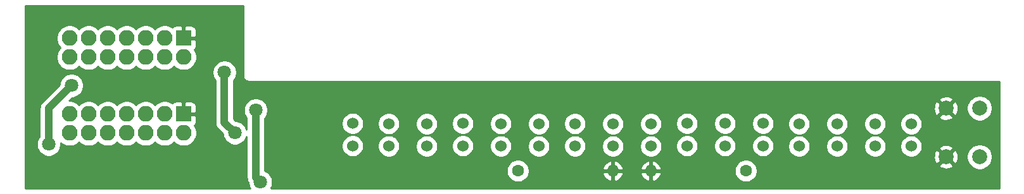
<source format=gbr>
G04 #@! TF.GenerationSoftware,KiCad,Pcbnew,(5.1.5)-3*
G04 #@! TF.CreationDate,2021-02-24T13:15:57+01:00*
G04 #@! TF.ProjectId,Projekt,50726f6a-656b-4742-9e6b-696361645f70,rev?*
G04 #@! TF.SameCoordinates,PX3778af0PY9765530*
G04 #@! TF.FileFunction,Copper,L1,Top*
G04 #@! TF.FilePolarity,Positive*
%FSLAX46Y46*%
G04 Gerber Fmt 4.6, Leading zero omitted, Abs format (unit mm)*
G04 Created by KiCad (PCBNEW (5.1.5)-3) date 2021-02-24 13:15:57*
%MOMM*%
%LPD*%
G04 APERTURE LIST*
%ADD10C,1.524000*%
%ADD11O,2.100000X2.100000*%
%ADD12R,2.100000X2.100000*%
%ADD13C,1.600000*%
%ADD14O,1.600000X1.600000*%
%ADD15C,2.000000*%
%ADD16C,1.800000*%
%ADD17C,1.000000*%
%ADD18C,0.254000*%
G04 APERTURE END LIST*
D10*
X51562000Y8660000D03*
X51562000Y11660000D03*
X111506000Y8636000D03*
X111506000Y11636000D03*
X121412000Y8636000D03*
X121412000Y11636000D03*
D11*
X8890000Y10414000D03*
X8890000Y12954000D03*
X11430000Y10414000D03*
X11430000Y12954000D03*
X13970000Y10414000D03*
X13970000Y12954000D03*
X16510000Y10414000D03*
X16510000Y12954000D03*
X19050000Y10414000D03*
X19050000Y12954000D03*
X21590000Y10414000D03*
X21590000Y12954000D03*
X24130000Y10414000D03*
D12*
X24130000Y12954000D03*
D10*
X116586000Y8636000D03*
X116586000Y11636000D03*
D13*
X68834000Y5334000D03*
D14*
X81534000Y5334000D03*
D10*
X101600000Y8684000D03*
X101600000Y11684000D03*
X91440000Y8684000D03*
X91440000Y11684000D03*
X96520000Y8684000D03*
X96520000Y11684000D03*
X106426000Y8636000D03*
X106426000Y11636000D03*
D13*
X99314000Y5334000D03*
D14*
X86614000Y5334000D03*
D10*
X56642000Y8636000D03*
X56642000Y11636000D03*
D15*
X126056000Y13716000D03*
X130556000Y13716000D03*
X126056000Y7216000D03*
X130556000Y7216000D03*
D10*
X46736000Y8684000D03*
X46736000Y11684000D03*
X66548000Y8660000D03*
X66548000Y11660000D03*
X71628000Y8636000D03*
X71628000Y11636000D03*
X76454000Y8660000D03*
X76454000Y11660000D03*
X86614000Y8636000D03*
X86614000Y11636000D03*
X81534000Y8636000D03*
X81534000Y11636000D03*
X61468000Y8684000D03*
X61468000Y11684000D03*
D11*
X8890000Y20574000D03*
X8890000Y23114000D03*
X11430000Y20574000D03*
X11430000Y23114000D03*
X13970000Y20574000D03*
X13970000Y23114000D03*
X16510000Y20574000D03*
X16510000Y23114000D03*
X19050000Y20574000D03*
X19050000Y23114000D03*
X21590000Y20574000D03*
X21590000Y23114000D03*
X24130000Y20574000D03*
D12*
X24130000Y23114000D03*
D16*
X33782000Y13462000D03*
X34412001Y3846000D03*
X84074000Y7112000D03*
X38608000Y6350000D03*
X28956000Y22860000D03*
X26924000Y12446000D03*
X30988000Y10414000D03*
X29605990Y18533037D03*
X9144000Y16764000D03*
X6096000Y8890000D03*
D17*
X33782000Y13462000D02*
X33782000Y4476001D01*
X33782000Y4476001D02*
X34412001Y3846000D01*
X29605990Y18533037D02*
X29605990Y11796010D01*
X29605990Y11796010D02*
X30988000Y10414000D01*
X9144000Y16764000D02*
X6096000Y13716000D01*
X6096000Y13716000D02*
X6096000Y8890000D01*
D18*
G36*
X32071000Y27499001D02*
G01*
X32071000Y18068134D01*
X32067638Y18034000D01*
X32071000Y17999865D01*
X32081057Y17897756D01*
X32120798Y17766748D01*
X32185333Y17646011D01*
X32272183Y17540183D01*
X32378011Y17453333D01*
X32498748Y17388798D01*
X32629756Y17349057D01*
X32766000Y17335638D01*
X32800135Y17339000D01*
X133163000Y17339001D01*
X133163000Y2981000D01*
X130385905Y2981000D01*
X130385905Y5489000D01*
X130726095Y5489000D01*
X131059747Y5555368D01*
X131374041Y5685553D01*
X131656898Y5874552D01*
X131897448Y6115102D01*
X132086447Y6397959D01*
X132216632Y6712253D01*
X132283000Y7045905D01*
X132283000Y7386095D01*
X132216632Y7719747D01*
X132086447Y8034041D01*
X131897448Y8316898D01*
X131656898Y8557448D01*
X131374041Y8746447D01*
X131059747Y8876632D01*
X130726095Y8943000D01*
X130385905Y8943000D01*
X130385905Y11989000D01*
X130726095Y11989000D01*
X131059747Y12055368D01*
X131374041Y12185553D01*
X131656898Y12374552D01*
X131897448Y12615102D01*
X132086447Y12897959D01*
X132216632Y13212253D01*
X132283000Y13545905D01*
X132283000Y13886095D01*
X132216632Y14219747D01*
X132086447Y14534041D01*
X131897448Y14816898D01*
X131656898Y15057448D01*
X131374041Y15246447D01*
X131059747Y15376632D01*
X130726095Y15443000D01*
X130385905Y15443000D01*
X130052253Y15376632D01*
X129737959Y15246447D01*
X129455102Y15057448D01*
X129214552Y14816898D01*
X129025553Y14534041D01*
X128895368Y14219747D01*
X128829000Y13886095D01*
X128829000Y13545905D01*
X128895368Y13212253D01*
X129025553Y12897959D01*
X129214552Y12615102D01*
X129455102Y12374552D01*
X129737959Y12185553D01*
X130052253Y12055368D01*
X130385905Y11989000D01*
X130385905Y8943000D01*
X130052253Y8876632D01*
X129737959Y8746447D01*
X129455102Y8557448D01*
X129214552Y8316898D01*
X129025553Y8034041D01*
X128895368Y7719747D01*
X128829000Y7386095D01*
X128829000Y7045905D01*
X128895368Y6712253D01*
X129025553Y6397959D01*
X129214552Y6115102D01*
X129455102Y5874552D01*
X129737959Y5685553D01*
X130052253Y5555368D01*
X130385905Y5489000D01*
X130385905Y2981000D01*
X127191413Y2981000D01*
X127191413Y6260192D01*
X127455814Y6355956D01*
X127596704Y6645571D01*
X127678384Y6957108D01*
X127697718Y7278595D01*
X127653961Y7597675D01*
X127548795Y7902088D01*
X127455814Y8076044D01*
X127191413Y8171808D01*
X127191413Y12760192D01*
X127455814Y12855956D01*
X127596704Y13145571D01*
X127678384Y13457108D01*
X127697718Y13778595D01*
X127653961Y14097675D01*
X127548795Y14402088D01*
X127455814Y14576044D01*
X127191413Y14671808D01*
X126235605Y13716000D01*
X127191413Y12760192D01*
X127191413Y8171808D01*
X126235605Y7216000D01*
X127191413Y6260192D01*
X127191413Y2981000D01*
X126118595Y2981000D01*
X126118595Y5574282D01*
X126437675Y5618039D01*
X126742088Y5723205D01*
X126916044Y5816186D01*
X127011808Y6080587D01*
X126056000Y7036395D01*
X126056000Y7395605D01*
X127011808Y8351413D01*
X126916044Y8615814D01*
X126626429Y8756704D01*
X126314892Y8838384D01*
X126118595Y8850189D01*
X126118595Y12074282D01*
X126437675Y12118039D01*
X126742088Y12223205D01*
X126916044Y12316186D01*
X127011808Y12580587D01*
X126056000Y13536395D01*
X126056000Y13895605D01*
X127011808Y14851413D01*
X126916044Y15115814D01*
X126626429Y15256704D01*
X126314892Y15338384D01*
X125993405Y15357718D01*
X125674325Y15313961D01*
X125369912Y15208795D01*
X125195956Y15115814D01*
X125100192Y14851413D01*
X126056000Y13895605D01*
X126056000Y13536395D01*
X125100192Y12580587D01*
X125195956Y12316186D01*
X125485571Y12175296D01*
X125797108Y12093616D01*
X126118595Y12074282D01*
X126118595Y8850189D01*
X125993405Y8857718D01*
X125674325Y8813961D01*
X125369912Y8708795D01*
X125195956Y8615814D01*
X125100192Y8351413D01*
X126056000Y7395605D01*
X126056000Y7036395D01*
X125100192Y6080587D01*
X125195956Y5816186D01*
X125485571Y5675296D01*
X125797108Y5593616D01*
X126118595Y5574282D01*
X126118595Y2981000D01*
X124920587Y2981000D01*
X124920587Y6260192D01*
X125876395Y7216000D01*
X124920587Y8171808D01*
X124920587Y12760192D01*
X125876395Y13716000D01*
X124920587Y14671808D01*
X124656186Y14576044D01*
X124515296Y14286429D01*
X124433616Y13974892D01*
X124414282Y13653405D01*
X124458039Y13334325D01*
X124563205Y13029912D01*
X124656186Y12855956D01*
X124920587Y12760192D01*
X124920587Y8171808D01*
X124656186Y8076044D01*
X124515296Y7786429D01*
X124433616Y7474892D01*
X124414282Y7153405D01*
X124458039Y6834325D01*
X124563205Y6529912D01*
X124656186Y6355956D01*
X124920587Y6260192D01*
X124920587Y2981000D01*
X121265346Y2981000D01*
X121265346Y7147000D01*
X121558654Y7147000D01*
X121846325Y7204221D01*
X122117306Y7316465D01*
X122361182Y7479418D01*
X122568582Y7686818D01*
X122731535Y7930694D01*
X122843779Y8201675D01*
X122901000Y8489346D01*
X122901000Y8782654D01*
X122843779Y9070325D01*
X122731535Y9341306D01*
X122568582Y9585182D01*
X122361182Y9792582D01*
X122117306Y9955535D01*
X121846325Y10067779D01*
X121558654Y10125000D01*
X121265346Y10125000D01*
X121265346Y10147000D01*
X121558654Y10147000D01*
X121846325Y10204221D01*
X122117306Y10316465D01*
X122361182Y10479418D01*
X122568582Y10686818D01*
X122731535Y10930694D01*
X122843779Y11201675D01*
X122901000Y11489346D01*
X122901000Y11782654D01*
X122843779Y12070325D01*
X122731535Y12341306D01*
X122568582Y12585182D01*
X122361182Y12792582D01*
X122117306Y12955535D01*
X121846325Y13067779D01*
X121558654Y13125000D01*
X121265346Y13125000D01*
X120977675Y13067779D01*
X120706694Y12955535D01*
X120462818Y12792582D01*
X120255418Y12585182D01*
X120092465Y12341306D01*
X119980221Y12070325D01*
X119923000Y11782654D01*
X119923000Y11489346D01*
X119980221Y11201675D01*
X120092465Y10930694D01*
X120255418Y10686818D01*
X120462818Y10479418D01*
X120706694Y10316465D01*
X120977675Y10204221D01*
X121265346Y10147000D01*
X121265346Y10125000D01*
X120977675Y10067779D01*
X120706694Y9955535D01*
X120462818Y9792582D01*
X120255418Y9585182D01*
X120092465Y9341306D01*
X119980221Y9070325D01*
X119923000Y8782654D01*
X119923000Y8489346D01*
X119980221Y8201675D01*
X120092465Y7930694D01*
X120255418Y7686818D01*
X120462818Y7479418D01*
X120706694Y7316465D01*
X120977675Y7204221D01*
X121265346Y7147000D01*
X121265346Y2981000D01*
X116439346Y2981000D01*
X116439346Y7147000D01*
X116732654Y7147000D01*
X117020325Y7204221D01*
X117291306Y7316465D01*
X117535182Y7479418D01*
X117742582Y7686818D01*
X117905535Y7930694D01*
X118017779Y8201675D01*
X118075000Y8489346D01*
X118075000Y8782654D01*
X118017779Y9070325D01*
X117905535Y9341306D01*
X117742582Y9585182D01*
X117535182Y9792582D01*
X117291306Y9955535D01*
X117020325Y10067779D01*
X116732654Y10125000D01*
X116439346Y10125000D01*
X116439346Y10147000D01*
X116732654Y10147000D01*
X117020325Y10204221D01*
X117291306Y10316465D01*
X117535182Y10479418D01*
X117742582Y10686818D01*
X117905535Y10930694D01*
X118017779Y11201675D01*
X118075000Y11489346D01*
X118075000Y11782654D01*
X118017779Y12070325D01*
X117905535Y12341306D01*
X117742582Y12585182D01*
X117535182Y12792582D01*
X117291306Y12955535D01*
X117020325Y13067779D01*
X116732654Y13125000D01*
X116439346Y13125000D01*
X116151675Y13067779D01*
X115880694Y12955535D01*
X115636818Y12792582D01*
X115429418Y12585182D01*
X115266465Y12341306D01*
X115154221Y12070325D01*
X115097000Y11782654D01*
X115097000Y11489346D01*
X115154221Y11201675D01*
X115266465Y10930694D01*
X115429418Y10686818D01*
X115636818Y10479418D01*
X115880694Y10316465D01*
X116151675Y10204221D01*
X116439346Y10147000D01*
X116439346Y10125000D01*
X116151675Y10067779D01*
X115880694Y9955535D01*
X115636818Y9792582D01*
X115429418Y9585182D01*
X115266465Y9341306D01*
X115154221Y9070325D01*
X115097000Y8782654D01*
X115097000Y8489346D01*
X115154221Y8201675D01*
X115266465Y7930694D01*
X115429418Y7686818D01*
X115636818Y7479418D01*
X115880694Y7316465D01*
X116151675Y7204221D01*
X116439346Y7147000D01*
X116439346Y2981000D01*
X111359346Y2981000D01*
X111359346Y7147000D01*
X111652654Y7147000D01*
X111940325Y7204221D01*
X112211306Y7316465D01*
X112455182Y7479418D01*
X112662582Y7686818D01*
X112825535Y7930694D01*
X112937779Y8201675D01*
X112995000Y8489346D01*
X112995000Y8782654D01*
X112937779Y9070325D01*
X112825535Y9341306D01*
X112662582Y9585182D01*
X112455182Y9792582D01*
X112211306Y9955535D01*
X111940325Y10067779D01*
X111652654Y10125000D01*
X111359346Y10125000D01*
X111359346Y10147000D01*
X111652654Y10147000D01*
X111940325Y10204221D01*
X112211306Y10316465D01*
X112455182Y10479418D01*
X112662582Y10686818D01*
X112825535Y10930694D01*
X112937779Y11201675D01*
X112995000Y11489346D01*
X112995000Y11782654D01*
X112937779Y12070325D01*
X112825535Y12341306D01*
X112662582Y12585182D01*
X112455182Y12792582D01*
X112211306Y12955535D01*
X111940325Y13067779D01*
X111652654Y13125000D01*
X111359346Y13125000D01*
X111071675Y13067779D01*
X110800694Y12955535D01*
X110556818Y12792582D01*
X110349418Y12585182D01*
X110186465Y12341306D01*
X110074221Y12070325D01*
X110017000Y11782654D01*
X110017000Y11489346D01*
X110074221Y11201675D01*
X110186465Y10930694D01*
X110349418Y10686818D01*
X110556818Y10479418D01*
X110800694Y10316465D01*
X111071675Y10204221D01*
X111359346Y10147000D01*
X111359346Y10125000D01*
X111071675Y10067779D01*
X110800694Y9955535D01*
X110556818Y9792582D01*
X110349418Y9585182D01*
X110186465Y9341306D01*
X110074221Y9070325D01*
X110017000Y8782654D01*
X110017000Y8489346D01*
X110074221Y8201675D01*
X110186465Y7930694D01*
X110349418Y7686818D01*
X110556818Y7479418D01*
X110800694Y7316465D01*
X111071675Y7204221D01*
X111359346Y7147000D01*
X111359346Y2981000D01*
X106279346Y2981000D01*
X106279346Y7147000D01*
X106572654Y7147000D01*
X106860325Y7204221D01*
X107131306Y7316465D01*
X107375182Y7479418D01*
X107582582Y7686818D01*
X107745535Y7930694D01*
X107857779Y8201675D01*
X107915000Y8489346D01*
X107915000Y8782654D01*
X107857779Y9070325D01*
X107745535Y9341306D01*
X107582582Y9585182D01*
X107375182Y9792582D01*
X107131306Y9955535D01*
X106860325Y10067779D01*
X106572654Y10125000D01*
X106279346Y10125000D01*
X106279346Y10147000D01*
X106572654Y10147000D01*
X106860325Y10204221D01*
X107131306Y10316465D01*
X107375182Y10479418D01*
X107582582Y10686818D01*
X107745535Y10930694D01*
X107857779Y11201675D01*
X107915000Y11489346D01*
X107915000Y11782654D01*
X107857779Y12070325D01*
X107745535Y12341306D01*
X107582582Y12585182D01*
X107375182Y12792582D01*
X107131306Y12955535D01*
X106860325Y13067779D01*
X106572654Y13125000D01*
X106279346Y13125000D01*
X105991675Y13067779D01*
X105720694Y12955535D01*
X105476818Y12792582D01*
X105269418Y12585182D01*
X105106465Y12341306D01*
X104994221Y12070325D01*
X104937000Y11782654D01*
X104937000Y11489346D01*
X104994221Y11201675D01*
X105106465Y10930694D01*
X105269418Y10686818D01*
X105476818Y10479418D01*
X105720694Y10316465D01*
X105991675Y10204221D01*
X106279346Y10147000D01*
X106279346Y10125000D01*
X105991675Y10067779D01*
X105720694Y9955535D01*
X105476818Y9792582D01*
X105269418Y9585182D01*
X105106465Y9341306D01*
X104994221Y9070325D01*
X104937000Y8782654D01*
X104937000Y8489346D01*
X104994221Y8201675D01*
X105106465Y7930694D01*
X105269418Y7686818D01*
X105476818Y7479418D01*
X105720694Y7316465D01*
X105991675Y7204221D01*
X106279346Y7147000D01*
X106279346Y2981000D01*
X101453346Y2981000D01*
X101453346Y7195000D01*
X101746654Y7195000D01*
X102034325Y7252221D01*
X102305306Y7364465D01*
X102549182Y7527418D01*
X102756582Y7734818D01*
X102919535Y7978694D01*
X103031779Y8249675D01*
X103089000Y8537346D01*
X103089000Y8830654D01*
X103031779Y9118325D01*
X102919535Y9389306D01*
X102756582Y9633182D01*
X102549182Y9840582D01*
X102305306Y10003535D01*
X102034325Y10115779D01*
X101746654Y10173000D01*
X101453346Y10173000D01*
X101453346Y10195000D01*
X101746654Y10195000D01*
X102034325Y10252221D01*
X102305306Y10364465D01*
X102549182Y10527418D01*
X102756582Y10734818D01*
X102919535Y10978694D01*
X103031779Y11249675D01*
X103089000Y11537346D01*
X103089000Y11830654D01*
X103031779Y12118325D01*
X102919535Y12389306D01*
X102756582Y12633182D01*
X102549182Y12840582D01*
X102305306Y13003535D01*
X102034325Y13115779D01*
X101746654Y13173000D01*
X101453346Y13173000D01*
X101165675Y13115779D01*
X100894694Y13003535D01*
X100650818Y12840582D01*
X100443418Y12633182D01*
X100280465Y12389306D01*
X100168221Y12118325D01*
X100111000Y11830654D01*
X100111000Y11537346D01*
X100168221Y11249675D01*
X100280465Y10978694D01*
X100443418Y10734818D01*
X100650818Y10527418D01*
X100894694Y10364465D01*
X101165675Y10252221D01*
X101453346Y10195000D01*
X101453346Y10173000D01*
X101165675Y10115779D01*
X100894694Y10003535D01*
X100650818Y9840582D01*
X100443418Y9633182D01*
X100280465Y9389306D01*
X100168221Y9118325D01*
X100111000Y8830654D01*
X100111000Y8537346D01*
X100168221Y8249675D01*
X100280465Y7978694D01*
X100443418Y7734818D01*
X100650818Y7527418D01*
X100894694Y7364465D01*
X101165675Y7252221D01*
X101453346Y7195000D01*
X101453346Y2981000D01*
X99163604Y2981000D01*
X99163604Y3807000D01*
X99464396Y3807000D01*
X99759410Y3865681D01*
X100037306Y3980790D01*
X100287406Y4147901D01*
X100500099Y4360594D01*
X100667210Y4610694D01*
X100782319Y4888590D01*
X100841000Y5183604D01*
X100841000Y5484396D01*
X100782319Y5779410D01*
X100667210Y6057306D01*
X100500099Y6307406D01*
X100287406Y6520099D01*
X100037306Y6687210D01*
X99759410Y6802319D01*
X99464396Y6861000D01*
X99163604Y6861000D01*
X98868590Y6802319D01*
X98590694Y6687210D01*
X98340594Y6520099D01*
X98127901Y6307406D01*
X97960790Y6057306D01*
X97845681Y5779410D01*
X97787000Y5484396D01*
X97787000Y5183604D01*
X97845681Y4888590D01*
X97960790Y4610694D01*
X98127901Y4360594D01*
X98340594Y4147901D01*
X98590694Y3980790D01*
X98868590Y3865681D01*
X99163604Y3807000D01*
X99163604Y2981000D01*
X96373346Y2981000D01*
X96373346Y7195000D01*
X96666654Y7195000D01*
X96954325Y7252221D01*
X97225306Y7364465D01*
X97469182Y7527418D01*
X97676582Y7734818D01*
X97839535Y7978694D01*
X97951779Y8249675D01*
X98009000Y8537346D01*
X98009000Y8830654D01*
X97951779Y9118325D01*
X97839535Y9389306D01*
X97676582Y9633182D01*
X97469182Y9840582D01*
X97225306Y10003535D01*
X96954325Y10115779D01*
X96666654Y10173000D01*
X96373346Y10173000D01*
X96373346Y10195000D01*
X96666654Y10195000D01*
X96954325Y10252221D01*
X97225306Y10364465D01*
X97469182Y10527418D01*
X97676582Y10734818D01*
X97839535Y10978694D01*
X97951779Y11249675D01*
X98009000Y11537346D01*
X98009000Y11830654D01*
X97951779Y12118325D01*
X97839535Y12389306D01*
X97676582Y12633182D01*
X97469182Y12840582D01*
X97225306Y13003535D01*
X96954325Y13115779D01*
X96666654Y13173000D01*
X96373346Y13173000D01*
X96085675Y13115779D01*
X95814694Y13003535D01*
X95570818Y12840582D01*
X95363418Y12633182D01*
X95200465Y12389306D01*
X95088221Y12118325D01*
X95031000Y11830654D01*
X95031000Y11537346D01*
X95088221Y11249675D01*
X95200465Y10978694D01*
X95363418Y10734818D01*
X95570818Y10527418D01*
X95814694Y10364465D01*
X96085675Y10252221D01*
X96373346Y10195000D01*
X96373346Y10173000D01*
X96085675Y10115779D01*
X95814694Y10003535D01*
X95570818Y9840582D01*
X95363418Y9633182D01*
X95200465Y9389306D01*
X95088221Y9118325D01*
X95031000Y8830654D01*
X95031000Y8537346D01*
X95088221Y8249675D01*
X95200465Y7978694D01*
X95363418Y7734818D01*
X95570818Y7527418D01*
X95814694Y7364465D01*
X96085675Y7252221D01*
X96373346Y7195000D01*
X96373346Y2981000D01*
X91293346Y2981000D01*
X91293346Y7195000D01*
X91586654Y7195000D01*
X91874325Y7252221D01*
X92145306Y7364465D01*
X92389182Y7527418D01*
X92596582Y7734818D01*
X92759535Y7978694D01*
X92871779Y8249675D01*
X92929000Y8537346D01*
X92929000Y8830654D01*
X92871779Y9118325D01*
X92759535Y9389306D01*
X92596582Y9633182D01*
X92389182Y9840582D01*
X92145306Y10003535D01*
X91874325Y10115779D01*
X91586654Y10173000D01*
X91293346Y10173000D01*
X91293346Y10195000D01*
X91586654Y10195000D01*
X91874325Y10252221D01*
X92145306Y10364465D01*
X92389182Y10527418D01*
X92596582Y10734818D01*
X92759535Y10978694D01*
X92871779Y11249675D01*
X92929000Y11537346D01*
X92929000Y11830654D01*
X92871779Y12118325D01*
X92759535Y12389306D01*
X92596582Y12633182D01*
X92389182Y12840582D01*
X92145306Y13003535D01*
X91874325Y13115779D01*
X91586654Y13173000D01*
X91293346Y13173000D01*
X91005675Y13115779D01*
X90734694Y13003535D01*
X90490818Y12840582D01*
X90283418Y12633182D01*
X90120465Y12389306D01*
X90008221Y12118325D01*
X89951000Y11830654D01*
X89951000Y11537346D01*
X90008221Y11249675D01*
X90120465Y10978694D01*
X90283418Y10734818D01*
X90490818Y10527418D01*
X90734694Y10364465D01*
X91005675Y10252221D01*
X91293346Y10195000D01*
X91293346Y10173000D01*
X91005675Y10115779D01*
X90734694Y10003535D01*
X90490818Y9840582D01*
X90283418Y9633182D01*
X90120465Y9389306D01*
X90008221Y9118325D01*
X89951000Y8830654D01*
X89951000Y8537346D01*
X90008221Y8249675D01*
X90120465Y7978694D01*
X90283418Y7734818D01*
X90490818Y7527418D01*
X90734694Y7364465D01*
X91005675Y7252221D01*
X91293346Y7195000D01*
X91293346Y2981000D01*
X86963040Y2981000D01*
X86963040Y3942091D01*
X87227881Y4036930D01*
X87469131Y4181615D01*
X87677519Y4370586D01*
X87845037Y4596580D01*
X87965246Y4850913D01*
X88005904Y4984961D01*
X87883915Y5207000D01*
X86741000Y5207000D01*
X86741000Y5461000D01*
X87883915Y5461000D01*
X88005904Y5683039D01*
X87965246Y5817087D01*
X87845037Y6071420D01*
X87677519Y6297414D01*
X87469131Y6486385D01*
X87227881Y6631070D01*
X86963040Y6725909D01*
X86741000Y6604624D01*
X86741000Y5461000D01*
X86741000Y5207000D01*
X86741000Y4063376D01*
X86963040Y3942091D01*
X86963040Y2981000D01*
X86264960Y2981000D01*
X86264960Y3942091D01*
X86487000Y4063376D01*
X86487000Y5207000D01*
X85344085Y5207000D01*
X85344085Y5461000D01*
X86487000Y5461000D01*
X86487000Y6604624D01*
X86467346Y6615359D01*
X86467346Y7147000D01*
X86760654Y7147000D01*
X87048325Y7204221D01*
X87319306Y7316465D01*
X87563182Y7479418D01*
X87770582Y7686818D01*
X87933535Y7930694D01*
X88045779Y8201675D01*
X88103000Y8489346D01*
X88103000Y8782654D01*
X88045779Y9070325D01*
X87933535Y9341306D01*
X87770582Y9585182D01*
X87563182Y9792582D01*
X87319306Y9955535D01*
X87048325Y10067779D01*
X86760654Y10125000D01*
X86467346Y10125000D01*
X86467346Y10147000D01*
X86760654Y10147000D01*
X87048325Y10204221D01*
X87319306Y10316465D01*
X87563182Y10479418D01*
X87770582Y10686818D01*
X87933535Y10930694D01*
X88045779Y11201675D01*
X88103000Y11489346D01*
X88103000Y11782654D01*
X88045779Y12070325D01*
X87933535Y12341306D01*
X87770582Y12585182D01*
X87563182Y12792582D01*
X87319306Y12955535D01*
X87048325Y13067779D01*
X86760654Y13125000D01*
X86467346Y13125000D01*
X86179675Y13067779D01*
X85908694Y12955535D01*
X85664818Y12792582D01*
X85457418Y12585182D01*
X85294465Y12341306D01*
X85182221Y12070325D01*
X85125000Y11782654D01*
X85125000Y11489346D01*
X85182221Y11201675D01*
X85294465Y10930694D01*
X85457418Y10686818D01*
X85664818Y10479418D01*
X85908694Y10316465D01*
X86179675Y10204221D01*
X86467346Y10147000D01*
X86467346Y10125000D01*
X86179675Y10067779D01*
X85908694Y9955535D01*
X85664818Y9792582D01*
X85457418Y9585182D01*
X85294465Y9341306D01*
X85182221Y9070325D01*
X85125000Y8782654D01*
X85125000Y8489346D01*
X85182221Y8201675D01*
X85294465Y7930694D01*
X85457418Y7686818D01*
X85664818Y7479418D01*
X85908694Y7316465D01*
X86179675Y7204221D01*
X86467346Y7147000D01*
X86467346Y6615359D01*
X86264960Y6725909D01*
X86000119Y6631070D01*
X85758869Y6486385D01*
X85550481Y6297414D01*
X85382963Y6071420D01*
X85262754Y5817087D01*
X85222096Y5683039D01*
X85344085Y5461000D01*
X85344085Y5207000D01*
X85222096Y4984961D01*
X85262754Y4850913D01*
X85382963Y4596580D01*
X85550481Y4370586D01*
X85758869Y4181615D01*
X86000119Y4036930D01*
X86264960Y3942091D01*
X86264960Y2981000D01*
X81883040Y2981000D01*
X81883040Y3942091D01*
X82147881Y4036930D01*
X82389131Y4181615D01*
X82597519Y4370586D01*
X82765037Y4596580D01*
X82885246Y4850913D01*
X82925904Y4984961D01*
X82803915Y5207000D01*
X81661000Y5207000D01*
X81661000Y5461000D01*
X82803915Y5461000D01*
X82925904Y5683039D01*
X82885246Y5817087D01*
X82765037Y6071420D01*
X82597519Y6297414D01*
X82389131Y6486385D01*
X82147881Y6631070D01*
X81883040Y6725909D01*
X81661000Y6604624D01*
X81661000Y5461000D01*
X81661000Y5207000D01*
X81661000Y4063376D01*
X81883040Y3942091D01*
X81883040Y2981000D01*
X81184960Y2981000D01*
X81184960Y3942091D01*
X81407000Y4063376D01*
X81407000Y5207000D01*
X80264085Y5207000D01*
X80264085Y5461000D01*
X81407000Y5461000D01*
X81407000Y6604624D01*
X81387346Y6615359D01*
X81387346Y7147000D01*
X81680654Y7147000D01*
X81968325Y7204221D01*
X82239306Y7316465D01*
X82483182Y7479418D01*
X82690582Y7686818D01*
X82853535Y7930694D01*
X82965779Y8201675D01*
X83023000Y8489346D01*
X83023000Y8782654D01*
X82965779Y9070325D01*
X82853535Y9341306D01*
X82690582Y9585182D01*
X82483182Y9792582D01*
X82239306Y9955535D01*
X81968325Y10067779D01*
X81680654Y10125000D01*
X81387346Y10125000D01*
X81387346Y10147000D01*
X81680654Y10147000D01*
X81968325Y10204221D01*
X82239306Y10316465D01*
X82483182Y10479418D01*
X82690582Y10686818D01*
X82853535Y10930694D01*
X82965779Y11201675D01*
X83023000Y11489346D01*
X83023000Y11782654D01*
X82965779Y12070325D01*
X82853535Y12341306D01*
X82690582Y12585182D01*
X82483182Y12792582D01*
X82239306Y12955535D01*
X81968325Y13067779D01*
X81680654Y13125000D01*
X81387346Y13125000D01*
X81099675Y13067779D01*
X80828694Y12955535D01*
X80584818Y12792582D01*
X80377418Y12585182D01*
X80214465Y12341306D01*
X80102221Y12070325D01*
X80045000Y11782654D01*
X80045000Y11489346D01*
X80102221Y11201675D01*
X80214465Y10930694D01*
X80377418Y10686818D01*
X80584818Y10479418D01*
X80828694Y10316465D01*
X81099675Y10204221D01*
X81387346Y10147000D01*
X81387346Y10125000D01*
X81099675Y10067779D01*
X80828694Y9955535D01*
X80584818Y9792582D01*
X80377418Y9585182D01*
X80214465Y9341306D01*
X80102221Y9070325D01*
X80045000Y8782654D01*
X80045000Y8489346D01*
X80102221Y8201675D01*
X80214465Y7930694D01*
X80377418Y7686818D01*
X80584818Y7479418D01*
X80828694Y7316465D01*
X81099675Y7204221D01*
X81387346Y7147000D01*
X81387346Y6615359D01*
X81184960Y6725909D01*
X80920119Y6631070D01*
X80678869Y6486385D01*
X80470481Y6297414D01*
X80302963Y6071420D01*
X80182754Y5817087D01*
X80142096Y5683039D01*
X80264085Y5461000D01*
X80264085Y5207000D01*
X80142096Y4984961D01*
X80182754Y4850913D01*
X80302963Y4596580D01*
X80470481Y4370586D01*
X80678869Y4181615D01*
X80920119Y4036930D01*
X81184960Y3942091D01*
X81184960Y2981000D01*
X76307346Y2981000D01*
X76307346Y7171000D01*
X76600654Y7171000D01*
X76888325Y7228221D01*
X77159306Y7340465D01*
X77403182Y7503418D01*
X77610582Y7710818D01*
X77773535Y7954694D01*
X77885779Y8225675D01*
X77943000Y8513346D01*
X77943000Y8806654D01*
X77885779Y9094325D01*
X77773535Y9365306D01*
X77610582Y9609182D01*
X77403182Y9816582D01*
X77159306Y9979535D01*
X76888325Y10091779D01*
X76600654Y10149000D01*
X76307346Y10149000D01*
X76307346Y10171000D01*
X76600654Y10171000D01*
X76888325Y10228221D01*
X77159306Y10340465D01*
X77403182Y10503418D01*
X77610582Y10710818D01*
X77773535Y10954694D01*
X77885779Y11225675D01*
X77943000Y11513346D01*
X77943000Y11806654D01*
X77885779Y12094325D01*
X77773535Y12365306D01*
X77610582Y12609182D01*
X77403182Y12816582D01*
X77159306Y12979535D01*
X76888325Y13091779D01*
X76600654Y13149000D01*
X76307346Y13149000D01*
X76019675Y13091779D01*
X75748694Y12979535D01*
X75504818Y12816582D01*
X75297418Y12609182D01*
X75134465Y12365306D01*
X75022221Y12094325D01*
X74965000Y11806654D01*
X74965000Y11513346D01*
X75022221Y11225675D01*
X75134465Y10954694D01*
X75297418Y10710818D01*
X75504818Y10503418D01*
X75748694Y10340465D01*
X76019675Y10228221D01*
X76307346Y10171000D01*
X76307346Y10149000D01*
X76019675Y10091779D01*
X75748694Y9979535D01*
X75504818Y9816582D01*
X75297418Y9609182D01*
X75134465Y9365306D01*
X75022221Y9094325D01*
X74965000Y8806654D01*
X74965000Y8513346D01*
X75022221Y8225675D01*
X75134465Y7954694D01*
X75297418Y7710818D01*
X75504818Y7503418D01*
X75748694Y7340465D01*
X76019675Y7228221D01*
X76307346Y7171000D01*
X76307346Y2981000D01*
X71481346Y2981000D01*
X71481346Y7147000D01*
X71774654Y7147000D01*
X72062325Y7204221D01*
X72333306Y7316465D01*
X72577182Y7479418D01*
X72784582Y7686818D01*
X72947535Y7930694D01*
X73059779Y8201675D01*
X73117000Y8489346D01*
X73117000Y8782654D01*
X73059779Y9070325D01*
X72947535Y9341306D01*
X72784582Y9585182D01*
X72577182Y9792582D01*
X72333306Y9955535D01*
X72062325Y10067779D01*
X71774654Y10125000D01*
X71481346Y10125000D01*
X71481346Y10147000D01*
X71774654Y10147000D01*
X72062325Y10204221D01*
X72333306Y10316465D01*
X72577182Y10479418D01*
X72784582Y10686818D01*
X72947535Y10930694D01*
X73059779Y11201675D01*
X73117000Y11489346D01*
X73117000Y11782654D01*
X73059779Y12070325D01*
X72947535Y12341306D01*
X72784582Y12585182D01*
X72577182Y12792582D01*
X72333306Y12955535D01*
X72062325Y13067779D01*
X71774654Y13125000D01*
X71481346Y13125000D01*
X71193675Y13067779D01*
X70922694Y12955535D01*
X70678818Y12792582D01*
X70471418Y12585182D01*
X70308465Y12341306D01*
X70196221Y12070325D01*
X70139000Y11782654D01*
X70139000Y11489346D01*
X70196221Y11201675D01*
X70308465Y10930694D01*
X70471418Y10686818D01*
X70678818Y10479418D01*
X70922694Y10316465D01*
X71193675Y10204221D01*
X71481346Y10147000D01*
X71481346Y10125000D01*
X71193675Y10067779D01*
X70922694Y9955535D01*
X70678818Y9792582D01*
X70471418Y9585182D01*
X70308465Y9341306D01*
X70196221Y9070325D01*
X70139000Y8782654D01*
X70139000Y8489346D01*
X70196221Y8201675D01*
X70308465Y7930694D01*
X70471418Y7686818D01*
X70678818Y7479418D01*
X70922694Y7316465D01*
X71193675Y7204221D01*
X71481346Y7147000D01*
X71481346Y2981000D01*
X68683604Y2981000D01*
X68683604Y3807000D01*
X68984396Y3807000D01*
X69279410Y3865681D01*
X69557306Y3980790D01*
X69807406Y4147901D01*
X70020099Y4360594D01*
X70187210Y4610694D01*
X70302319Y4888590D01*
X70361000Y5183604D01*
X70361000Y5484396D01*
X70302319Y5779410D01*
X70187210Y6057306D01*
X70020099Y6307406D01*
X69807406Y6520099D01*
X69557306Y6687210D01*
X69279410Y6802319D01*
X68984396Y6861000D01*
X68683604Y6861000D01*
X68388590Y6802319D01*
X68110694Y6687210D01*
X67860594Y6520099D01*
X67647901Y6307406D01*
X67480790Y6057306D01*
X67365681Y5779410D01*
X67307000Y5484396D01*
X67307000Y5183604D01*
X67365681Y4888590D01*
X67480790Y4610694D01*
X67647901Y4360594D01*
X67860594Y4147901D01*
X68110694Y3980790D01*
X68388590Y3865681D01*
X68683604Y3807000D01*
X68683604Y2981000D01*
X66401346Y2981000D01*
X66401346Y7171000D01*
X66694654Y7171000D01*
X66982325Y7228221D01*
X67253306Y7340465D01*
X67497182Y7503418D01*
X67704582Y7710818D01*
X67867535Y7954694D01*
X67979779Y8225675D01*
X68037000Y8513346D01*
X68037000Y8806654D01*
X67979779Y9094325D01*
X67867535Y9365306D01*
X67704582Y9609182D01*
X67497182Y9816582D01*
X67253306Y9979535D01*
X66982325Y10091779D01*
X66694654Y10149000D01*
X66401346Y10149000D01*
X66401346Y10171000D01*
X66694654Y10171000D01*
X66982325Y10228221D01*
X67253306Y10340465D01*
X67497182Y10503418D01*
X67704582Y10710818D01*
X67867535Y10954694D01*
X67979779Y11225675D01*
X68037000Y11513346D01*
X68037000Y11806654D01*
X67979779Y12094325D01*
X67867535Y12365306D01*
X67704582Y12609182D01*
X67497182Y12816582D01*
X67253306Y12979535D01*
X66982325Y13091779D01*
X66694654Y13149000D01*
X66401346Y13149000D01*
X66113675Y13091779D01*
X65842694Y12979535D01*
X65598818Y12816582D01*
X65391418Y12609182D01*
X65228465Y12365306D01*
X65116221Y12094325D01*
X65059000Y11806654D01*
X65059000Y11513346D01*
X65116221Y11225675D01*
X65228465Y10954694D01*
X65391418Y10710818D01*
X65598818Y10503418D01*
X65842694Y10340465D01*
X66113675Y10228221D01*
X66401346Y10171000D01*
X66401346Y10149000D01*
X66113675Y10091779D01*
X65842694Y9979535D01*
X65598818Y9816582D01*
X65391418Y9609182D01*
X65228465Y9365306D01*
X65116221Y9094325D01*
X65059000Y8806654D01*
X65059000Y8513346D01*
X65116221Y8225675D01*
X65228465Y7954694D01*
X65391418Y7710818D01*
X65598818Y7503418D01*
X65842694Y7340465D01*
X66113675Y7228221D01*
X66401346Y7171000D01*
X66401346Y2981000D01*
X61321346Y2981000D01*
X61321346Y7195000D01*
X61614654Y7195000D01*
X61902325Y7252221D01*
X62173306Y7364465D01*
X62417182Y7527418D01*
X62624582Y7734818D01*
X62787535Y7978694D01*
X62899779Y8249675D01*
X62957000Y8537346D01*
X62957000Y8830654D01*
X62899779Y9118325D01*
X62787535Y9389306D01*
X62624582Y9633182D01*
X62417182Y9840582D01*
X62173306Y10003535D01*
X61902325Y10115779D01*
X61614654Y10173000D01*
X61321346Y10173000D01*
X61321346Y10195000D01*
X61614654Y10195000D01*
X61902325Y10252221D01*
X62173306Y10364465D01*
X62417182Y10527418D01*
X62624582Y10734818D01*
X62787535Y10978694D01*
X62899779Y11249675D01*
X62957000Y11537346D01*
X62957000Y11830654D01*
X62899779Y12118325D01*
X62787535Y12389306D01*
X62624582Y12633182D01*
X62417182Y12840582D01*
X62173306Y13003535D01*
X61902325Y13115779D01*
X61614654Y13173000D01*
X61321346Y13173000D01*
X61033675Y13115779D01*
X60762694Y13003535D01*
X60518818Y12840582D01*
X60311418Y12633182D01*
X60148465Y12389306D01*
X60036221Y12118325D01*
X59979000Y11830654D01*
X59979000Y11537346D01*
X60036221Y11249675D01*
X60148465Y10978694D01*
X60311418Y10734818D01*
X60518818Y10527418D01*
X60762694Y10364465D01*
X61033675Y10252221D01*
X61321346Y10195000D01*
X61321346Y10173000D01*
X61033675Y10115779D01*
X60762694Y10003535D01*
X60518818Y9840582D01*
X60311418Y9633182D01*
X60148465Y9389306D01*
X60036221Y9118325D01*
X59979000Y8830654D01*
X59979000Y8537346D01*
X60036221Y8249675D01*
X60148465Y7978694D01*
X60311418Y7734818D01*
X60518818Y7527418D01*
X60762694Y7364465D01*
X61033675Y7252221D01*
X61321346Y7195000D01*
X61321346Y2981000D01*
X56495346Y2981000D01*
X56495346Y7147000D01*
X56788654Y7147000D01*
X57076325Y7204221D01*
X57347306Y7316465D01*
X57591182Y7479418D01*
X57798582Y7686818D01*
X57961535Y7930694D01*
X58073779Y8201675D01*
X58131000Y8489346D01*
X58131000Y8782654D01*
X58073779Y9070325D01*
X57961535Y9341306D01*
X57798582Y9585182D01*
X57591182Y9792582D01*
X57347306Y9955535D01*
X57076325Y10067779D01*
X56788654Y10125000D01*
X56495346Y10125000D01*
X56495346Y10147000D01*
X56788654Y10147000D01*
X57076325Y10204221D01*
X57347306Y10316465D01*
X57591182Y10479418D01*
X57798582Y10686818D01*
X57961535Y10930694D01*
X58073779Y11201675D01*
X58131000Y11489346D01*
X58131000Y11782654D01*
X58073779Y12070325D01*
X57961535Y12341306D01*
X57798582Y12585182D01*
X57591182Y12792582D01*
X57347306Y12955535D01*
X57076325Y13067779D01*
X56788654Y13125000D01*
X56495346Y13125000D01*
X56207675Y13067779D01*
X55936694Y12955535D01*
X55692818Y12792582D01*
X55485418Y12585182D01*
X55322465Y12341306D01*
X55210221Y12070325D01*
X55153000Y11782654D01*
X55153000Y11489346D01*
X55210221Y11201675D01*
X55322465Y10930694D01*
X55485418Y10686818D01*
X55692818Y10479418D01*
X55936694Y10316465D01*
X56207675Y10204221D01*
X56495346Y10147000D01*
X56495346Y10125000D01*
X56207675Y10067779D01*
X55936694Y9955535D01*
X55692818Y9792582D01*
X55485418Y9585182D01*
X55322465Y9341306D01*
X55210221Y9070325D01*
X55153000Y8782654D01*
X55153000Y8489346D01*
X55210221Y8201675D01*
X55322465Y7930694D01*
X55485418Y7686818D01*
X55692818Y7479418D01*
X55936694Y7316465D01*
X56207675Y7204221D01*
X56495346Y7147000D01*
X56495346Y2981000D01*
X51415346Y2981000D01*
X51415346Y7171000D01*
X51708654Y7171000D01*
X51996325Y7228221D01*
X52267306Y7340465D01*
X52511182Y7503418D01*
X52718582Y7710818D01*
X52881535Y7954694D01*
X52993779Y8225675D01*
X53051000Y8513346D01*
X53051000Y8806654D01*
X52993779Y9094325D01*
X52881535Y9365306D01*
X52718582Y9609182D01*
X52511182Y9816582D01*
X52267306Y9979535D01*
X51996325Y10091779D01*
X51708654Y10149000D01*
X51415346Y10149000D01*
X51415346Y10171000D01*
X51708654Y10171000D01*
X51996325Y10228221D01*
X52267306Y10340465D01*
X52511182Y10503418D01*
X52718582Y10710818D01*
X52881535Y10954694D01*
X52993779Y11225675D01*
X53051000Y11513346D01*
X53051000Y11806654D01*
X52993779Y12094325D01*
X52881535Y12365306D01*
X52718582Y12609182D01*
X52511182Y12816582D01*
X52267306Y12979535D01*
X51996325Y13091779D01*
X51708654Y13149000D01*
X51415346Y13149000D01*
X51127675Y13091779D01*
X50856694Y12979535D01*
X50612818Y12816582D01*
X50405418Y12609182D01*
X50242465Y12365306D01*
X50130221Y12094325D01*
X50073000Y11806654D01*
X50073000Y11513346D01*
X50130221Y11225675D01*
X50242465Y10954694D01*
X50405418Y10710818D01*
X50612818Y10503418D01*
X50856694Y10340465D01*
X51127675Y10228221D01*
X51415346Y10171000D01*
X51415346Y10149000D01*
X51127675Y10091779D01*
X50856694Y9979535D01*
X50612818Y9816582D01*
X50405418Y9609182D01*
X50242465Y9365306D01*
X50130221Y9094325D01*
X50073000Y8806654D01*
X50073000Y8513346D01*
X50130221Y8225675D01*
X50242465Y7954694D01*
X50405418Y7710818D01*
X50612818Y7503418D01*
X50856694Y7340465D01*
X51127675Y7228221D01*
X51415346Y7171000D01*
X51415346Y2981000D01*
X46589346Y2981000D01*
X46589346Y7195000D01*
X46882654Y7195000D01*
X47170325Y7252221D01*
X47441306Y7364465D01*
X47685182Y7527418D01*
X47892582Y7734818D01*
X48055535Y7978694D01*
X48167779Y8249675D01*
X48225000Y8537346D01*
X48225000Y8830654D01*
X48167779Y9118325D01*
X48055535Y9389306D01*
X47892582Y9633182D01*
X47685182Y9840582D01*
X47441306Y10003535D01*
X47170325Y10115779D01*
X46882654Y10173000D01*
X46589346Y10173000D01*
X46589346Y10195000D01*
X46882654Y10195000D01*
X47170325Y10252221D01*
X47441306Y10364465D01*
X47685182Y10527418D01*
X47892582Y10734818D01*
X48055535Y10978694D01*
X48167779Y11249675D01*
X48225000Y11537346D01*
X48225000Y11830654D01*
X48167779Y12118325D01*
X48055535Y12389306D01*
X47892582Y12633182D01*
X47685182Y12840582D01*
X47441306Y13003535D01*
X47170325Y13115779D01*
X46882654Y13173000D01*
X46589346Y13173000D01*
X46301675Y13115779D01*
X46030694Y13003535D01*
X45786818Y12840582D01*
X45579418Y12633182D01*
X45416465Y12389306D01*
X45304221Y12118325D01*
X45247000Y11830654D01*
X45247000Y11537346D01*
X45304221Y11249675D01*
X45416465Y10978694D01*
X45579418Y10734818D01*
X45786818Y10527418D01*
X46030694Y10364465D01*
X46301675Y10252221D01*
X46589346Y10195000D01*
X46589346Y10173000D01*
X46301675Y10115779D01*
X46030694Y10003535D01*
X45786818Y9840582D01*
X45579418Y9633182D01*
X45416465Y9389306D01*
X45304221Y9118325D01*
X45247000Y8830654D01*
X45247000Y8537346D01*
X45304221Y8249675D01*
X45416465Y7978694D01*
X45579418Y7734818D01*
X45786818Y7527418D01*
X46030694Y7364465D01*
X46301675Y7252221D01*
X46589346Y7195000D01*
X46589346Y2981000D01*
X35790802Y2981000D01*
X35853829Y3075327D01*
X35976476Y3371422D01*
X36039001Y3685755D01*
X36039001Y4006245D01*
X35976476Y4320578D01*
X35853829Y4616673D01*
X35675774Y4883152D01*
X35449153Y5109773D01*
X35182674Y5287828D01*
X35009000Y5359766D01*
X35009000Y12388075D01*
X35045773Y12424848D01*
X35223828Y12691327D01*
X35346475Y12987422D01*
X35409000Y13301755D01*
X35409000Y13622245D01*
X35346475Y13936578D01*
X35223828Y14232673D01*
X35045773Y14499152D01*
X34819152Y14725773D01*
X34552673Y14903828D01*
X34256578Y15026475D01*
X33942245Y15089000D01*
X33621755Y15089000D01*
X33307422Y15026475D01*
X33011327Y14903828D01*
X32744848Y14725773D01*
X32518227Y14499152D01*
X32340172Y14232673D01*
X32217525Y13936578D01*
X32155000Y13622245D01*
X32155000Y13301755D01*
X32217525Y12987422D01*
X32340172Y12691327D01*
X32518227Y12424848D01*
X32555000Y12388075D01*
X32555000Y10875884D01*
X32552475Y10888578D01*
X32429828Y11184673D01*
X32251773Y11451152D01*
X32025152Y11677773D01*
X31758673Y11855828D01*
X31462578Y11978475D01*
X31148245Y12041000D01*
X31096240Y12041000D01*
X30832990Y12304250D01*
X30832990Y17459112D01*
X30869763Y17495885D01*
X31047818Y17762364D01*
X31170465Y18058459D01*
X31232990Y18372792D01*
X31232990Y18693282D01*
X31170465Y19007615D01*
X31047818Y19303710D01*
X30869763Y19570189D01*
X30643142Y19796810D01*
X30376663Y19974865D01*
X30080568Y20097512D01*
X29766235Y20160037D01*
X29445745Y20160037D01*
X29131412Y20097512D01*
X28835317Y19974865D01*
X28568838Y19796810D01*
X28342217Y19570189D01*
X28164162Y19303710D01*
X28041515Y19007615D01*
X27978990Y18693282D01*
X27978990Y18372792D01*
X28041515Y18058459D01*
X28164162Y17762364D01*
X28342217Y17495885D01*
X28378990Y17459112D01*
X28378990Y11856269D01*
X28373055Y11796009D01*
X28378990Y11735749D01*
X28378990Y11735742D01*
X28396745Y11555476D01*
X28466906Y11324186D01*
X28580841Y11111027D01*
X28734173Y10924193D01*
X28780985Y10885775D01*
X29361000Y10305760D01*
X29361000Y10253755D01*
X29423525Y9939422D01*
X29546172Y9643327D01*
X29724227Y9376848D01*
X29950848Y9150227D01*
X30217327Y8972172D01*
X30513422Y8849525D01*
X30827755Y8787000D01*
X31148245Y8787000D01*
X31462578Y8849525D01*
X31758673Y8972172D01*
X32025152Y9150227D01*
X32251773Y9376848D01*
X32429828Y9643327D01*
X32552475Y9939422D01*
X32555000Y9952116D01*
X32555000Y4536261D01*
X32549065Y4476001D01*
X32555000Y4415741D01*
X32555000Y4415733D01*
X32572755Y4235467D01*
X32642916Y4004176D01*
X32672350Y3949109D01*
X32756851Y3791018D01*
X32785001Y3756717D01*
X32785001Y3685755D01*
X32847526Y3371422D01*
X32970173Y3075327D01*
X33033200Y2981000D01*
X5935755Y2981000D01*
X5935755Y7263000D01*
X6256245Y7263000D01*
X6570578Y7325525D01*
X6866673Y7448172D01*
X7133152Y7626227D01*
X7359773Y7852848D01*
X7537828Y8119327D01*
X7660475Y8415422D01*
X7723000Y8729755D01*
X7723000Y9050245D01*
X7718606Y9072337D01*
X7757229Y9033714D01*
X8048275Y8839243D01*
X8371668Y8705289D01*
X8714981Y8637000D01*
X9065019Y8637000D01*
X9408332Y8705289D01*
X9731725Y8839243D01*
X10022771Y9033714D01*
X10160000Y9170943D01*
X10297229Y9033714D01*
X10588275Y8839243D01*
X10911668Y8705289D01*
X11254981Y8637000D01*
X11605019Y8637000D01*
X11948332Y8705289D01*
X12271725Y8839243D01*
X12562771Y9033714D01*
X12700000Y9170943D01*
X12837229Y9033714D01*
X13128275Y8839243D01*
X13451668Y8705289D01*
X13794981Y8637000D01*
X14145019Y8637000D01*
X14488332Y8705289D01*
X14811725Y8839243D01*
X15102771Y9033714D01*
X15240000Y9170943D01*
X15377229Y9033714D01*
X15668275Y8839243D01*
X15991668Y8705289D01*
X16334981Y8637000D01*
X16685019Y8637000D01*
X17028332Y8705289D01*
X17351725Y8839243D01*
X17642771Y9033714D01*
X17780000Y9170943D01*
X17917229Y9033714D01*
X18208275Y8839243D01*
X18531668Y8705289D01*
X18874981Y8637000D01*
X19225019Y8637000D01*
X19568332Y8705289D01*
X19891725Y8839243D01*
X20182771Y9033714D01*
X20320000Y9170943D01*
X20457229Y9033714D01*
X20748275Y8839243D01*
X21071668Y8705289D01*
X21414981Y8637000D01*
X21765019Y8637000D01*
X22108332Y8705289D01*
X22431725Y8839243D01*
X22722771Y9033714D01*
X22860000Y9170943D01*
X22997229Y9033714D01*
X23288275Y8839243D01*
X23611668Y8705289D01*
X23954981Y8637000D01*
X24305019Y8637000D01*
X24648332Y8705289D01*
X24971725Y8839243D01*
X25262771Y9033714D01*
X25510286Y9281229D01*
X25704757Y9572275D01*
X25838711Y9895668D01*
X25907000Y10238981D01*
X25907000Y10589019D01*
X25838711Y10932332D01*
X25704757Y11255725D01*
X25593649Y11422010D01*
X25631185Y11452815D01*
X25710537Y11549506D01*
X25769502Y11659820D01*
X25805812Y11779518D01*
X25818072Y11904000D01*
X25815000Y12668250D01*
X25656250Y12827000D01*
X24257000Y12827000D01*
X24257000Y13081000D01*
X25656250Y13081000D01*
X25815000Y13239750D01*
X25818072Y14004000D01*
X25805812Y14128482D01*
X25769502Y14248180D01*
X25710537Y14358494D01*
X25631185Y14455185D01*
X25534494Y14534537D01*
X25424180Y14593502D01*
X25304482Y14629812D01*
X25180000Y14642072D01*
X24415750Y14639000D01*
X24257000Y14480250D01*
X24257000Y13081000D01*
X24257000Y12827000D01*
X24257000Y12807000D01*
X24003000Y12807000D01*
X24003000Y12827000D01*
X23983000Y12827000D01*
X23983000Y13081000D01*
X24003000Y13081000D01*
X24003000Y14480250D01*
X23844250Y14639000D01*
X23080000Y14642072D01*
X22955518Y14629812D01*
X22835820Y14593502D01*
X22725506Y14534537D01*
X22628815Y14455185D01*
X22598010Y14417649D01*
X22431725Y14528757D01*
X22108332Y14662711D01*
X21765019Y14731000D01*
X21414981Y14731000D01*
X21071668Y14662711D01*
X20748275Y14528757D01*
X20457229Y14334286D01*
X20320000Y14197057D01*
X20182771Y14334286D01*
X19891725Y14528757D01*
X19568332Y14662711D01*
X19225019Y14731000D01*
X18874981Y14731000D01*
X18531668Y14662711D01*
X18208275Y14528757D01*
X17917229Y14334286D01*
X17780000Y14197057D01*
X17642771Y14334286D01*
X17351725Y14528757D01*
X17028332Y14662711D01*
X16685019Y14731000D01*
X16334981Y14731000D01*
X15991668Y14662711D01*
X15668275Y14528757D01*
X15377229Y14334286D01*
X15240000Y14197057D01*
X15102771Y14334286D01*
X14811725Y14528757D01*
X14488332Y14662711D01*
X14145019Y14731000D01*
X13794981Y14731000D01*
X13451668Y14662711D01*
X13128275Y14528757D01*
X12837229Y14334286D01*
X12700000Y14197057D01*
X12562771Y14334286D01*
X12271725Y14528757D01*
X11948332Y14662711D01*
X11605019Y14731000D01*
X11254981Y14731000D01*
X10911668Y14662711D01*
X10588275Y14528757D01*
X10297229Y14334286D01*
X10160000Y14197057D01*
X10022771Y14334286D01*
X9731725Y14528757D01*
X9408332Y14662711D01*
X9065019Y14731000D01*
X8846240Y14731000D01*
X9252240Y15137000D01*
X9304245Y15137000D01*
X9618578Y15199525D01*
X9914673Y15322172D01*
X10181152Y15500227D01*
X10407773Y15726848D01*
X10585828Y15993327D01*
X10708475Y16289422D01*
X10771000Y16603755D01*
X10771000Y16924245D01*
X10708475Y17238578D01*
X10585828Y17534673D01*
X10407773Y17801152D01*
X10181152Y18027773D01*
X9914673Y18205828D01*
X9618578Y18328475D01*
X9304245Y18391000D01*
X8983755Y18391000D01*
X8714981Y18337538D01*
X8714981Y18797000D01*
X9065019Y18797000D01*
X9408332Y18865289D01*
X9731725Y18999243D01*
X10022771Y19193714D01*
X10160000Y19330943D01*
X10297229Y19193714D01*
X10588275Y18999243D01*
X10911668Y18865289D01*
X11254981Y18797000D01*
X11605019Y18797000D01*
X11948332Y18865289D01*
X12271725Y18999243D01*
X12562771Y19193714D01*
X12700000Y19330943D01*
X12837229Y19193714D01*
X13128275Y18999243D01*
X13451668Y18865289D01*
X13794981Y18797000D01*
X14145019Y18797000D01*
X14488332Y18865289D01*
X14811725Y18999243D01*
X15102771Y19193714D01*
X15240000Y19330943D01*
X15377229Y19193714D01*
X15668275Y18999243D01*
X15991668Y18865289D01*
X16334981Y18797000D01*
X16685019Y18797000D01*
X17028332Y18865289D01*
X17351725Y18999243D01*
X17642771Y19193714D01*
X17780000Y19330943D01*
X17917229Y19193714D01*
X18208275Y18999243D01*
X18531668Y18865289D01*
X18874981Y18797000D01*
X19225019Y18797000D01*
X19568332Y18865289D01*
X19891725Y18999243D01*
X20182771Y19193714D01*
X20320000Y19330943D01*
X20457229Y19193714D01*
X20748275Y18999243D01*
X21071668Y18865289D01*
X21414981Y18797000D01*
X21765019Y18797000D01*
X22108332Y18865289D01*
X22431725Y18999243D01*
X22722771Y19193714D01*
X22860000Y19330943D01*
X22997229Y19193714D01*
X23288275Y18999243D01*
X23611668Y18865289D01*
X23954981Y18797000D01*
X24305019Y18797000D01*
X24648332Y18865289D01*
X24971725Y18999243D01*
X25262771Y19193714D01*
X25510286Y19441229D01*
X25704757Y19732275D01*
X25838711Y20055668D01*
X25907000Y20398981D01*
X25907000Y20749019D01*
X25838711Y21092332D01*
X25704757Y21415725D01*
X25593649Y21582010D01*
X25631185Y21612815D01*
X25710537Y21709506D01*
X25769502Y21819820D01*
X25805812Y21939518D01*
X25818072Y22064000D01*
X25815000Y22828250D01*
X25656250Y22987000D01*
X24257000Y22987000D01*
X24257000Y23241000D01*
X25656250Y23241000D01*
X25815000Y23399750D01*
X25818072Y24164000D01*
X25805812Y24288482D01*
X25769502Y24408180D01*
X25710537Y24518494D01*
X25631185Y24615185D01*
X25534494Y24694537D01*
X25424180Y24753502D01*
X25304482Y24789812D01*
X25180000Y24802072D01*
X24415750Y24799000D01*
X24257000Y24640250D01*
X24257000Y23241000D01*
X24257000Y22987000D01*
X24257000Y22967000D01*
X24003000Y22967000D01*
X24003000Y22987000D01*
X23983000Y22987000D01*
X23983000Y23241000D01*
X24003000Y23241000D01*
X24003000Y24640250D01*
X23844250Y24799000D01*
X23080000Y24802072D01*
X22955518Y24789812D01*
X22835820Y24753502D01*
X22725506Y24694537D01*
X22628815Y24615185D01*
X22598010Y24577649D01*
X22431725Y24688757D01*
X22108332Y24822711D01*
X21765019Y24891000D01*
X21414981Y24891000D01*
X21071668Y24822711D01*
X20748275Y24688757D01*
X20457229Y24494286D01*
X20320000Y24357057D01*
X20182771Y24494286D01*
X19891725Y24688757D01*
X19568332Y24822711D01*
X19225019Y24891000D01*
X18874981Y24891000D01*
X18531668Y24822711D01*
X18208275Y24688757D01*
X17917229Y24494286D01*
X17780000Y24357057D01*
X17642771Y24494286D01*
X17351725Y24688757D01*
X17028332Y24822711D01*
X16685019Y24891000D01*
X16334981Y24891000D01*
X15991668Y24822711D01*
X15668275Y24688757D01*
X15377229Y24494286D01*
X15240000Y24357057D01*
X15102771Y24494286D01*
X14811725Y24688757D01*
X14488332Y24822711D01*
X14145019Y24891000D01*
X13794981Y24891000D01*
X13451668Y24822711D01*
X13128275Y24688757D01*
X12837229Y24494286D01*
X12700000Y24357057D01*
X12562771Y24494286D01*
X12271725Y24688757D01*
X11948332Y24822711D01*
X11605019Y24891000D01*
X11254981Y24891000D01*
X10911668Y24822711D01*
X10588275Y24688757D01*
X10297229Y24494286D01*
X10160000Y24357057D01*
X10022771Y24494286D01*
X9731725Y24688757D01*
X9408332Y24822711D01*
X9065019Y24891000D01*
X8714981Y24891000D01*
X8371668Y24822711D01*
X8048275Y24688757D01*
X7757229Y24494286D01*
X7509714Y24246771D01*
X7315243Y23955725D01*
X7181289Y23632332D01*
X7113000Y23289019D01*
X7113000Y22938981D01*
X7181289Y22595668D01*
X7315243Y22272275D01*
X7509714Y21981229D01*
X7646943Y21844000D01*
X7509714Y21706771D01*
X7315243Y21415725D01*
X7181289Y21092332D01*
X7113000Y20749019D01*
X7113000Y20398981D01*
X7181289Y20055668D01*
X7315243Y19732275D01*
X7509714Y19441229D01*
X7757229Y19193714D01*
X8048275Y18999243D01*
X8371668Y18865289D01*
X8714981Y18797000D01*
X8714981Y18337538D01*
X8669422Y18328475D01*
X8373327Y18205828D01*
X8106848Y18027773D01*
X7880227Y17801152D01*
X7702172Y17534673D01*
X7579525Y17238578D01*
X7517000Y16924245D01*
X7517000Y16872240D01*
X5271000Y14626239D01*
X5224183Y14587817D01*
X5070851Y14400983D01*
X4956916Y14187824D01*
X4886755Y13956534D01*
X4869000Y13776268D01*
X4869000Y13776260D01*
X4863065Y13716000D01*
X4869000Y13655740D01*
X4869000Y9963925D01*
X4832227Y9927152D01*
X4654172Y9660673D01*
X4531525Y9364578D01*
X4469000Y9050245D01*
X4469000Y8729755D01*
X4531525Y8415422D01*
X4654172Y8119327D01*
X4832227Y7852848D01*
X5058848Y7626227D01*
X5325327Y7448172D01*
X5621422Y7325525D01*
X5935755Y7263000D01*
X5935755Y2981000D01*
X2981000Y2981000D01*
X2981000Y27499000D01*
X32071000Y27499001D01*
G37*
X32071000Y27499001D02*
X32071000Y18068134D01*
X32067638Y18034000D01*
X32071000Y17999865D01*
X32081057Y17897756D01*
X32120798Y17766748D01*
X32185333Y17646011D01*
X32272183Y17540183D01*
X32378011Y17453333D01*
X32498748Y17388798D01*
X32629756Y17349057D01*
X32766000Y17335638D01*
X32800135Y17339000D01*
X133163000Y17339001D01*
X133163000Y2981000D01*
X130385905Y2981000D01*
X130385905Y5489000D01*
X130726095Y5489000D01*
X131059747Y5555368D01*
X131374041Y5685553D01*
X131656898Y5874552D01*
X131897448Y6115102D01*
X132086447Y6397959D01*
X132216632Y6712253D01*
X132283000Y7045905D01*
X132283000Y7386095D01*
X132216632Y7719747D01*
X132086447Y8034041D01*
X131897448Y8316898D01*
X131656898Y8557448D01*
X131374041Y8746447D01*
X131059747Y8876632D01*
X130726095Y8943000D01*
X130385905Y8943000D01*
X130385905Y11989000D01*
X130726095Y11989000D01*
X131059747Y12055368D01*
X131374041Y12185553D01*
X131656898Y12374552D01*
X131897448Y12615102D01*
X132086447Y12897959D01*
X132216632Y13212253D01*
X132283000Y13545905D01*
X132283000Y13886095D01*
X132216632Y14219747D01*
X132086447Y14534041D01*
X131897448Y14816898D01*
X131656898Y15057448D01*
X131374041Y15246447D01*
X131059747Y15376632D01*
X130726095Y15443000D01*
X130385905Y15443000D01*
X130052253Y15376632D01*
X129737959Y15246447D01*
X129455102Y15057448D01*
X129214552Y14816898D01*
X129025553Y14534041D01*
X128895368Y14219747D01*
X128829000Y13886095D01*
X128829000Y13545905D01*
X128895368Y13212253D01*
X129025553Y12897959D01*
X129214552Y12615102D01*
X129455102Y12374552D01*
X129737959Y12185553D01*
X130052253Y12055368D01*
X130385905Y11989000D01*
X130385905Y8943000D01*
X130052253Y8876632D01*
X129737959Y8746447D01*
X129455102Y8557448D01*
X129214552Y8316898D01*
X129025553Y8034041D01*
X128895368Y7719747D01*
X128829000Y7386095D01*
X128829000Y7045905D01*
X128895368Y6712253D01*
X129025553Y6397959D01*
X129214552Y6115102D01*
X129455102Y5874552D01*
X129737959Y5685553D01*
X130052253Y5555368D01*
X130385905Y5489000D01*
X130385905Y2981000D01*
X127191413Y2981000D01*
X127191413Y6260192D01*
X127455814Y6355956D01*
X127596704Y6645571D01*
X127678384Y6957108D01*
X127697718Y7278595D01*
X127653961Y7597675D01*
X127548795Y7902088D01*
X127455814Y8076044D01*
X127191413Y8171808D01*
X127191413Y12760192D01*
X127455814Y12855956D01*
X127596704Y13145571D01*
X127678384Y13457108D01*
X127697718Y13778595D01*
X127653961Y14097675D01*
X127548795Y14402088D01*
X127455814Y14576044D01*
X127191413Y14671808D01*
X126235605Y13716000D01*
X127191413Y12760192D01*
X127191413Y8171808D01*
X126235605Y7216000D01*
X127191413Y6260192D01*
X127191413Y2981000D01*
X126118595Y2981000D01*
X126118595Y5574282D01*
X126437675Y5618039D01*
X126742088Y5723205D01*
X126916044Y5816186D01*
X127011808Y6080587D01*
X126056000Y7036395D01*
X126056000Y7395605D01*
X127011808Y8351413D01*
X126916044Y8615814D01*
X126626429Y8756704D01*
X126314892Y8838384D01*
X126118595Y8850189D01*
X126118595Y12074282D01*
X126437675Y12118039D01*
X126742088Y12223205D01*
X126916044Y12316186D01*
X127011808Y12580587D01*
X126056000Y13536395D01*
X126056000Y13895605D01*
X127011808Y14851413D01*
X126916044Y15115814D01*
X126626429Y15256704D01*
X126314892Y15338384D01*
X125993405Y15357718D01*
X125674325Y15313961D01*
X125369912Y15208795D01*
X125195956Y15115814D01*
X125100192Y14851413D01*
X126056000Y13895605D01*
X126056000Y13536395D01*
X125100192Y12580587D01*
X125195956Y12316186D01*
X125485571Y12175296D01*
X125797108Y12093616D01*
X126118595Y12074282D01*
X126118595Y8850189D01*
X125993405Y8857718D01*
X125674325Y8813961D01*
X125369912Y8708795D01*
X125195956Y8615814D01*
X125100192Y8351413D01*
X126056000Y7395605D01*
X126056000Y7036395D01*
X125100192Y6080587D01*
X125195956Y5816186D01*
X125485571Y5675296D01*
X125797108Y5593616D01*
X126118595Y5574282D01*
X126118595Y2981000D01*
X124920587Y2981000D01*
X124920587Y6260192D01*
X125876395Y7216000D01*
X124920587Y8171808D01*
X124920587Y12760192D01*
X125876395Y13716000D01*
X124920587Y14671808D01*
X124656186Y14576044D01*
X124515296Y14286429D01*
X124433616Y13974892D01*
X124414282Y13653405D01*
X124458039Y13334325D01*
X124563205Y13029912D01*
X124656186Y12855956D01*
X124920587Y12760192D01*
X124920587Y8171808D01*
X124656186Y8076044D01*
X124515296Y7786429D01*
X124433616Y7474892D01*
X124414282Y7153405D01*
X124458039Y6834325D01*
X124563205Y6529912D01*
X124656186Y6355956D01*
X124920587Y6260192D01*
X124920587Y2981000D01*
X121265346Y2981000D01*
X121265346Y7147000D01*
X121558654Y7147000D01*
X121846325Y7204221D01*
X122117306Y7316465D01*
X122361182Y7479418D01*
X122568582Y7686818D01*
X122731535Y7930694D01*
X122843779Y8201675D01*
X122901000Y8489346D01*
X122901000Y8782654D01*
X122843779Y9070325D01*
X122731535Y9341306D01*
X122568582Y9585182D01*
X122361182Y9792582D01*
X122117306Y9955535D01*
X121846325Y10067779D01*
X121558654Y10125000D01*
X121265346Y10125000D01*
X121265346Y10147000D01*
X121558654Y10147000D01*
X121846325Y10204221D01*
X122117306Y10316465D01*
X122361182Y10479418D01*
X122568582Y10686818D01*
X122731535Y10930694D01*
X122843779Y11201675D01*
X122901000Y11489346D01*
X122901000Y11782654D01*
X122843779Y12070325D01*
X122731535Y12341306D01*
X122568582Y12585182D01*
X122361182Y12792582D01*
X122117306Y12955535D01*
X121846325Y13067779D01*
X121558654Y13125000D01*
X121265346Y13125000D01*
X120977675Y13067779D01*
X120706694Y12955535D01*
X120462818Y12792582D01*
X120255418Y12585182D01*
X120092465Y12341306D01*
X119980221Y12070325D01*
X119923000Y11782654D01*
X119923000Y11489346D01*
X119980221Y11201675D01*
X120092465Y10930694D01*
X120255418Y10686818D01*
X120462818Y10479418D01*
X120706694Y10316465D01*
X120977675Y10204221D01*
X121265346Y10147000D01*
X121265346Y10125000D01*
X120977675Y10067779D01*
X120706694Y9955535D01*
X120462818Y9792582D01*
X120255418Y9585182D01*
X120092465Y9341306D01*
X119980221Y9070325D01*
X119923000Y8782654D01*
X119923000Y8489346D01*
X119980221Y8201675D01*
X120092465Y7930694D01*
X120255418Y7686818D01*
X120462818Y7479418D01*
X120706694Y7316465D01*
X120977675Y7204221D01*
X121265346Y7147000D01*
X121265346Y2981000D01*
X116439346Y2981000D01*
X116439346Y7147000D01*
X116732654Y7147000D01*
X117020325Y7204221D01*
X117291306Y7316465D01*
X117535182Y7479418D01*
X117742582Y7686818D01*
X117905535Y7930694D01*
X118017779Y8201675D01*
X118075000Y8489346D01*
X118075000Y8782654D01*
X118017779Y9070325D01*
X117905535Y9341306D01*
X117742582Y9585182D01*
X117535182Y9792582D01*
X117291306Y9955535D01*
X117020325Y10067779D01*
X116732654Y10125000D01*
X116439346Y10125000D01*
X116439346Y10147000D01*
X116732654Y10147000D01*
X117020325Y10204221D01*
X117291306Y10316465D01*
X117535182Y10479418D01*
X117742582Y10686818D01*
X117905535Y10930694D01*
X118017779Y11201675D01*
X118075000Y11489346D01*
X118075000Y11782654D01*
X118017779Y12070325D01*
X117905535Y12341306D01*
X117742582Y12585182D01*
X117535182Y12792582D01*
X117291306Y12955535D01*
X117020325Y13067779D01*
X116732654Y13125000D01*
X116439346Y13125000D01*
X116151675Y13067779D01*
X115880694Y12955535D01*
X115636818Y12792582D01*
X115429418Y12585182D01*
X115266465Y12341306D01*
X115154221Y12070325D01*
X115097000Y11782654D01*
X115097000Y11489346D01*
X115154221Y11201675D01*
X115266465Y10930694D01*
X115429418Y10686818D01*
X115636818Y10479418D01*
X115880694Y10316465D01*
X116151675Y10204221D01*
X116439346Y10147000D01*
X116439346Y10125000D01*
X116151675Y10067779D01*
X115880694Y9955535D01*
X115636818Y9792582D01*
X115429418Y9585182D01*
X115266465Y9341306D01*
X115154221Y9070325D01*
X115097000Y8782654D01*
X115097000Y8489346D01*
X115154221Y8201675D01*
X115266465Y7930694D01*
X115429418Y7686818D01*
X115636818Y7479418D01*
X115880694Y7316465D01*
X116151675Y7204221D01*
X116439346Y7147000D01*
X116439346Y2981000D01*
X111359346Y2981000D01*
X111359346Y7147000D01*
X111652654Y7147000D01*
X111940325Y7204221D01*
X112211306Y7316465D01*
X112455182Y7479418D01*
X112662582Y7686818D01*
X112825535Y7930694D01*
X112937779Y8201675D01*
X112995000Y8489346D01*
X112995000Y8782654D01*
X112937779Y9070325D01*
X112825535Y9341306D01*
X112662582Y9585182D01*
X112455182Y9792582D01*
X112211306Y9955535D01*
X111940325Y10067779D01*
X111652654Y10125000D01*
X111359346Y10125000D01*
X111359346Y10147000D01*
X111652654Y10147000D01*
X111940325Y10204221D01*
X112211306Y10316465D01*
X112455182Y10479418D01*
X112662582Y10686818D01*
X112825535Y10930694D01*
X112937779Y11201675D01*
X112995000Y11489346D01*
X112995000Y11782654D01*
X112937779Y12070325D01*
X112825535Y12341306D01*
X112662582Y12585182D01*
X112455182Y12792582D01*
X112211306Y12955535D01*
X111940325Y13067779D01*
X111652654Y13125000D01*
X111359346Y13125000D01*
X111071675Y13067779D01*
X110800694Y12955535D01*
X110556818Y12792582D01*
X110349418Y12585182D01*
X110186465Y12341306D01*
X110074221Y12070325D01*
X110017000Y11782654D01*
X110017000Y11489346D01*
X110074221Y11201675D01*
X110186465Y10930694D01*
X110349418Y10686818D01*
X110556818Y10479418D01*
X110800694Y10316465D01*
X111071675Y10204221D01*
X111359346Y10147000D01*
X111359346Y10125000D01*
X111071675Y10067779D01*
X110800694Y9955535D01*
X110556818Y9792582D01*
X110349418Y9585182D01*
X110186465Y9341306D01*
X110074221Y9070325D01*
X110017000Y8782654D01*
X110017000Y8489346D01*
X110074221Y8201675D01*
X110186465Y7930694D01*
X110349418Y7686818D01*
X110556818Y7479418D01*
X110800694Y7316465D01*
X111071675Y7204221D01*
X111359346Y7147000D01*
X111359346Y2981000D01*
X106279346Y2981000D01*
X106279346Y7147000D01*
X106572654Y7147000D01*
X106860325Y7204221D01*
X107131306Y7316465D01*
X107375182Y7479418D01*
X107582582Y7686818D01*
X107745535Y7930694D01*
X107857779Y8201675D01*
X107915000Y8489346D01*
X107915000Y8782654D01*
X107857779Y9070325D01*
X107745535Y9341306D01*
X107582582Y9585182D01*
X107375182Y9792582D01*
X107131306Y9955535D01*
X106860325Y10067779D01*
X106572654Y10125000D01*
X106279346Y10125000D01*
X106279346Y10147000D01*
X106572654Y10147000D01*
X106860325Y10204221D01*
X107131306Y10316465D01*
X107375182Y10479418D01*
X107582582Y10686818D01*
X107745535Y10930694D01*
X107857779Y11201675D01*
X107915000Y11489346D01*
X107915000Y11782654D01*
X107857779Y12070325D01*
X107745535Y12341306D01*
X107582582Y12585182D01*
X107375182Y12792582D01*
X107131306Y12955535D01*
X106860325Y13067779D01*
X106572654Y13125000D01*
X106279346Y13125000D01*
X105991675Y13067779D01*
X105720694Y12955535D01*
X105476818Y12792582D01*
X105269418Y12585182D01*
X105106465Y12341306D01*
X104994221Y12070325D01*
X104937000Y11782654D01*
X104937000Y11489346D01*
X104994221Y11201675D01*
X105106465Y10930694D01*
X105269418Y10686818D01*
X105476818Y10479418D01*
X105720694Y10316465D01*
X105991675Y10204221D01*
X106279346Y10147000D01*
X106279346Y10125000D01*
X105991675Y10067779D01*
X105720694Y9955535D01*
X105476818Y9792582D01*
X105269418Y9585182D01*
X105106465Y9341306D01*
X104994221Y9070325D01*
X104937000Y8782654D01*
X104937000Y8489346D01*
X104994221Y8201675D01*
X105106465Y7930694D01*
X105269418Y7686818D01*
X105476818Y7479418D01*
X105720694Y7316465D01*
X105991675Y7204221D01*
X106279346Y7147000D01*
X106279346Y2981000D01*
X101453346Y2981000D01*
X101453346Y7195000D01*
X101746654Y7195000D01*
X102034325Y7252221D01*
X102305306Y7364465D01*
X102549182Y7527418D01*
X102756582Y7734818D01*
X102919535Y7978694D01*
X103031779Y8249675D01*
X103089000Y8537346D01*
X103089000Y8830654D01*
X103031779Y9118325D01*
X102919535Y9389306D01*
X102756582Y9633182D01*
X102549182Y9840582D01*
X102305306Y10003535D01*
X102034325Y10115779D01*
X101746654Y10173000D01*
X101453346Y10173000D01*
X101453346Y10195000D01*
X101746654Y10195000D01*
X102034325Y10252221D01*
X102305306Y10364465D01*
X102549182Y10527418D01*
X102756582Y10734818D01*
X102919535Y10978694D01*
X103031779Y11249675D01*
X103089000Y11537346D01*
X103089000Y11830654D01*
X103031779Y12118325D01*
X102919535Y12389306D01*
X102756582Y12633182D01*
X102549182Y12840582D01*
X102305306Y13003535D01*
X102034325Y13115779D01*
X101746654Y13173000D01*
X101453346Y13173000D01*
X101165675Y13115779D01*
X100894694Y13003535D01*
X100650818Y12840582D01*
X100443418Y12633182D01*
X100280465Y12389306D01*
X100168221Y12118325D01*
X100111000Y11830654D01*
X100111000Y11537346D01*
X100168221Y11249675D01*
X100280465Y10978694D01*
X100443418Y10734818D01*
X100650818Y10527418D01*
X100894694Y10364465D01*
X101165675Y10252221D01*
X101453346Y10195000D01*
X101453346Y10173000D01*
X101165675Y10115779D01*
X100894694Y10003535D01*
X100650818Y9840582D01*
X100443418Y9633182D01*
X100280465Y9389306D01*
X100168221Y9118325D01*
X100111000Y8830654D01*
X100111000Y8537346D01*
X100168221Y8249675D01*
X100280465Y7978694D01*
X100443418Y7734818D01*
X100650818Y7527418D01*
X100894694Y7364465D01*
X101165675Y7252221D01*
X101453346Y7195000D01*
X101453346Y2981000D01*
X99163604Y2981000D01*
X99163604Y3807000D01*
X99464396Y3807000D01*
X99759410Y3865681D01*
X100037306Y3980790D01*
X100287406Y4147901D01*
X100500099Y4360594D01*
X100667210Y4610694D01*
X100782319Y4888590D01*
X100841000Y5183604D01*
X100841000Y5484396D01*
X100782319Y5779410D01*
X100667210Y6057306D01*
X100500099Y6307406D01*
X100287406Y6520099D01*
X100037306Y6687210D01*
X99759410Y6802319D01*
X99464396Y6861000D01*
X99163604Y6861000D01*
X98868590Y6802319D01*
X98590694Y6687210D01*
X98340594Y6520099D01*
X98127901Y6307406D01*
X97960790Y6057306D01*
X97845681Y5779410D01*
X97787000Y5484396D01*
X97787000Y5183604D01*
X97845681Y4888590D01*
X97960790Y4610694D01*
X98127901Y4360594D01*
X98340594Y4147901D01*
X98590694Y3980790D01*
X98868590Y3865681D01*
X99163604Y3807000D01*
X99163604Y2981000D01*
X96373346Y2981000D01*
X96373346Y7195000D01*
X96666654Y7195000D01*
X96954325Y7252221D01*
X97225306Y7364465D01*
X97469182Y7527418D01*
X97676582Y7734818D01*
X97839535Y7978694D01*
X97951779Y8249675D01*
X98009000Y8537346D01*
X98009000Y8830654D01*
X97951779Y9118325D01*
X97839535Y9389306D01*
X97676582Y9633182D01*
X97469182Y9840582D01*
X97225306Y10003535D01*
X96954325Y10115779D01*
X96666654Y10173000D01*
X96373346Y10173000D01*
X96373346Y10195000D01*
X96666654Y10195000D01*
X96954325Y10252221D01*
X97225306Y10364465D01*
X97469182Y10527418D01*
X97676582Y10734818D01*
X97839535Y10978694D01*
X97951779Y11249675D01*
X98009000Y11537346D01*
X98009000Y11830654D01*
X97951779Y12118325D01*
X97839535Y12389306D01*
X97676582Y12633182D01*
X97469182Y12840582D01*
X97225306Y13003535D01*
X96954325Y13115779D01*
X96666654Y13173000D01*
X96373346Y13173000D01*
X96085675Y13115779D01*
X95814694Y13003535D01*
X95570818Y12840582D01*
X95363418Y12633182D01*
X95200465Y12389306D01*
X95088221Y12118325D01*
X95031000Y11830654D01*
X95031000Y11537346D01*
X95088221Y11249675D01*
X95200465Y10978694D01*
X95363418Y10734818D01*
X95570818Y10527418D01*
X95814694Y10364465D01*
X96085675Y10252221D01*
X96373346Y10195000D01*
X96373346Y10173000D01*
X96085675Y10115779D01*
X95814694Y10003535D01*
X95570818Y9840582D01*
X95363418Y9633182D01*
X95200465Y9389306D01*
X95088221Y9118325D01*
X95031000Y8830654D01*
X95031000Y8537346D01*
X95088221Y8249675D01*
X95200465Y7978694D01*
X95363418Y7734818D01*
X95570818Y7527418D01*
X95814694Y7364465D01*
X96085675Y7252221D01*
X96373346Y7195000D01*
X96373346Y2981000D01*
X91293346Y2981000D01*
X91293346Y7195000D01*
X91586654Y7195000D01*
X91874325Y7252221D01*
X92145306Y7364465D01*
X92389182Y7527418D01*
X92596582Y7734818D01*
X92759535Y7978694D01*
X92871779Y8249675D01*
X92929000Y8537346D01*
X92929000Y8830654D01*
X92871779Y9118325D01*
X92759535Y9389306D01*
X92596582Y9633182D01*
X92389182Y9840582D01*
X92145306Y10003535D01*
X91874325Y10115779D01*
X91586654Y10173000D01*
X91293346Y10173000D01*
X91293346Y10195000D01*
X91586654Y10195000D01*
X91874325Y10252221D01*
X92145306Y10364465D01*
X92389182Y10527418D01*
X92596582Y10734818D01*
X92759535Y10978694D01*
X92871779Y11249675D01*
X92929000Y11537346D01*
X92929000Y11830654D01*
X92871779Y12118325D01*
X92759535Y12389306D01*
X92596582Y12633182D01*
X92389182Y12840582D01*
X92145306Y13003535D01*
X91874325Y13115779D01*
X91586654Y13173000D01*
X91293346Y13173000D01*
X91005675Y13115779D01*
X90734694Y13003535D01*
X90490818Y12840582D01*
X90283418Y12633182D01*
X90120465Y12389306D01*
X90008221Y12118325D01*
X89951000Y11830654D01*
X89951000Y11537346D01*
X90008221Y11249675D01*
X90120465Y10978694D01*
X90283418Y10734818D01*
X90490818Y10527418D01*
X90734694Y10364465D01*
X91005675Y10252221D01*
X91293346Y10195000D01*
X91293346Y10173000D01*
X91005675Y10115779D01*
X90734694Y10003535D01*
X90490818Y9840582D01*
X90283418Y9633182D01*
X90120465Y9389306D01*
X90008221Y9118325D01*
X89951000Y8830654D01*
X89951000Y8537346D01*
X90008221Y8249675D01*
X90120465Y7978694D01*
X90283418Y7734818D01*
X90490818Y7527418D01*
X90734694Y7364465D01*
X91005675Y7252221D01*
X91293346Y7195000D01*
X91293346Y2981000D01*
X86963040Y2981000D01*
X86963040Y3942091D01*
X87227881Y4036930D01*
X87469131Y4181615D01*
X87677519Y4370586D01*
X87845037Y4596580D01*
X87965246Y4850913D01*
X88005904Y4984961D01*
X87883915Y5207000D01*
X86741000Y5207000D01*
X86741000Y5461000D01*
X87883915Y5461000D01*
X88005904Y5683039D01*
X87965246Y5817087D01*
X87845037Y6071420D01*
X87677519Y6297414D01*
X87469131Y6486385D01*
X87227881Y6631070D01*
X86963040Y6725909D01*
X86741000Y6604624D01*
X86741000Y5461000D01*
X86741000Y5207000D01*
X86741000Y4063376D01*
X86963040Y3942091D01*
X86963040Y2981000D01*
X86264960Y2981000D01*
X86264960Y3942091D01*
X86487000Y4063376D01*
X86487000Y5207000D01*
X85344085Y5207000D01*
X85344085Y5461000D01*
X86487000Y5461000D01*
X86487000Y6604624D01*
X86467346Y6615359D01*
X86467346Y7147000D01*
X86760654Y7147000D01*
X87048325Y7204221D01*
X87319306Y7316465D01*
X87563182Y7479418D01*
X87770582Y7686818D01*
X87933535Y7930694D01*
X88045779Y8201675D01*
X88103000Y8489346D01*
X88103000Y8782654D01*
X88045779Y9070325D01*
X87933535Y9341306D01*
X87770582Y9585182D01*
X87563182Y9792582D01*
X87319306Y9955535D01*
X87048325Y10067779D01*
X86760654Y10125000D01*
X86467346Y10125000D01*
X86467346Y10147000D01*
X86760654Y10147000D01*
X87048325Y10204221D01*
X87319306Y10316465D01*
X87563182Y10479418D01*
X87770582Y10686818D01*
X87933535Y10930694D01*
X88045779Y11201675D01*
X88103000Y11489346D01*
X88103000Y11782654D01*
X88045779Y12070325D01*
X87933535Y12341306D01*
X87770582Y12585182D01*
X87563182Y12792582D01*
X87319306Y12955535D01*
X87048325Y13067779D01*
X86760654Y13125000D01*
X86467346Y13125000D01*
X86179675Y13067779D01*
X85908694Y12955535D01*
X85664818Y12792582D01*
X85457418Y12585182D01*
X85294465Y12341306D01*
X85182221Y12070325D01*
X85125000Y11782654D01*
X85125000Y11489346D01*
X85182221Y11201675D01*
X85294465Y10930694D01*
X85457418Y10686818D01*
X85664818Y10479418D01*
X85908694Y10316465D01*
X86179675Y10204221D01*
X86467346Y10147000D01*
X86467346Y10125000D01*
X86179675Y10067779D01*
X85908694Y9955535D01*
X85664818Y9792582D01*
X85457418Y9585182D01*
X85294465Y9341306D01*
X85182221Y9070325D01*
X85125000Y8782654D01*
X85125000Y8489346D01*
X85182221Y8201675D01*
X85294465Y7930694D01*
X85457418Y7686818D01*
X85664818Y7479418D01*
X85908694Y7316465D01*
X86179675Y7204221D01*
X86467346Y7147000D01*
X86467346Y6615359D01*
X86264960Y6725909D01*
X86000119Y6631070D01*
X85758869Y6486385D01*
X85550481Y6297414D01*
X85382963Y6071420D01*
X85262754Y5817087D01*
X85222096Y5683039D01*
X85344085Y5461000D01*
X85344085Y5207000D01*
X85222096Y4984961D01*
X85262754Y4850913D01*
X85382963Y4596580D01*
X85550481Y4370586D01*
X85758869Y4181615D01*
X86000119Y4036930D01*
X86264960Y3942091D01*
X86264960Y2981000D01*
X81883040Y2981000D01*
X81883040Y3942091D01*
X82147881Y4036930D01*
X82389131Y4181615D01*
X82597519Y4370586D01*
X82765037Y4596580D01*
X82885246Y4850913D01*
X82925904Y4984961D01*
X82803915Y5207000D01*
X81661000Y5207000D01*
X81661000Y5461000D01*
X82803915Y5461000D01*
X82925904Y5683039D01*
X82885246Y5817087D01*
X82765037Y6071420D01*
X82597519Y6297414D01*
X82389131Y6486385D01*
X82147881Y6631070D01*
X81883040Y6725909D01*
X81661000Y6604624D01*
X81661000Y5461000D01*
X81661000Y5207000D01*
X81661000Y4063376D01*
X81883040Y3942091D01*
X81883040Y2981000D01*
X81184960Y2981000D01*
X81184960Y3942091D01*
X81407000Y4063376D01*
X81407000Y5207000D01*
X80264085Y5207000D01*
X80264085Y5461000D01*
X81407000Y5461000D01*
X81407000Y6604624D01*
X81387346Y6615359D01*
X81387346Y7147000D01*
X81680654Y7147000D01*
X81968325Y7204221D01*
X82239306Y7316465D01*
X82483182Y7479418D01*
X82690582Y7686818D01*
X82853535Y7930694D01*
X82965779Y8201675D01*
X83023000Y8489346D01*
X83023000Y8782654D01*
X82965779Y9070325D01*
X82853535Y9341306D01*
X82690582Y9585182D01*
X82483182Y9792582D01*
X82239306Y9955535D01*
X81968325Y10067779D01*
X81680654Y10125000D01*
X81387346Y10125000D01*
X81387346Y10147000D01*
X81680654Y10147000D01*
X81968325Y10204221D01*
X82239306Y10316465D01*
X82483182Y10479418D01*
X82690582Y10686818D01*
X82853535Y10930694D01*
X82965779Y11201675D01*
X83023000Y11489346D01*
X83023000Y11782654D01*
X82965779Y12070325D01*
X82853535Y12341306D01*
X82690582Y12585182D01*
X82483182Y12792582D01*
X82239306Y12955535D01*
X81968325Y13067779D01*
X81680654Y13125000D01*
X81387346Y13125000D01*
X81099675Y13067779D01*
X80828694Y12955535D01*
X80584818Y12792582D01*
X80377418Y12585182D01*
X80214465Y12341306D01*
X80102221Y12070325D01*
X80045000Y11782654D01*
X80045000Y11489346D01*
X80102221Y11201675D01*
X80214465Y10930694D01*
X80377418Y10686818D01*
X80584818Y10479418D01*
X80828694Y10316465D01*
X81099675Y10204221D01*
X81387346Y10147000D01*
X81387346Y10125000D01*
X81099675Y10067779D01*
X80828694Y9955535D01*
X80584818Y9792582D01*
X80377418Y9585182D01*
X80214465Y9341306D01*
X80102221Y9070325D01*
X80045000Y8782654D01*
X80045000Y8489346D01*
X80102221Y8201675D01*
X80214465Y7930694D01*
X80377418Y7686818D01*
X80584818Y7479418D01*
X80828694Y7316465D01*
X81099675Y7204221D01*
X81387346Y7147000D01*
X81387346Y6615359D01*
X81184960Y6725909D01*
X80920119Y6631070D01*
X80678869Y6486385D01*
X80470481Y6297414D01*
X80302963Y6071420D01*
X80182754Y5817087D01*
X80142096Y5683039D01*
X80264085Y5461000D01*
X80264085Y5207000D01*
X80142096Y4984961D01*
X80182754Y4850913D01*
X80302963Y4596580D01*
X80470481Y4370586D01*
X80678869Y4181615D01*
X80920119Y4036930D01*
X81184960Y3942091D01*
X81184960Y2981000D01*
X76307346Y2981000D01*
X76307346Y7171000D01*
X76600654Y7171000D01*
X76888325Y7228221D01*
X77159306Y7340465D01*
X77403182Y7503418D01*
X77610582Y7710818D01*
X77773535Y7954694D01*
X77885779Y8225675D01*
X77943000Y8513346D01*
X77943000Y8806654D01*
X77885779Y9094325D01*
X77773535Y9365306D01*
X77610582Y9609182D01*
X77403182Y9816582D01*
X77159306Y9979535D01*
X76888325Y10091779D01*
X76600654Y10149000D01*
X76307346Y10149000D01*
X76307346Y10171000D01*
X76600654Y10171000D01*
X76888325Y10228221D01*
X77159306Y10340465D01*
X77403182Y10503418D01*
X77610582Y10710818D01*
X77773535Y10954694D01*
X77885779Y11225675D01*
X77943000Y11513346D01*
X77943000Y11806654D01*
X77885779Y12094325D01*
X77773535Y12365306D01*
X77610582Y12609182D01*
X77403182Y12816582D01*
X77159306Y12979535D01*
X76888325Y13091779D01*
X76600654Y13149000D01*
X76307346Y13149000D01*
X76019675Y13091779D01*
X75748694Y12979535D01*
X75504818Y12816582D01*
X75297418Y12609182D01*
X75134465Y12365306D01*
X75022221Y12094325D01*
X74965000Y11806654D01*
X74965000Y11513346D01*
X75022221Y11225675D01*
X75134465Y10954694D01*
X75297418Y10710818D01*
X75504818Y10503418D01*
X75748694Y10340465D01*
X76019675Y10228221D01*
X76307346Y10171000D01*
X76307346Y10149000D01*
X76019675Y10091779D01*
X75748694Y9979535D01*
X75504818Y9816582D01*
X75297418Y9609182D01*
X75134465Y9365306D01*
X75022221Y9094325D01*
X74965000Y8806654D01*
X74965000Y8513346D01*
X75022221Y8225675D01*
X75134465Y7954694D01*
X75297418Y7710818D01*
X75504818Y7503418D01*
X75748694Y7340465D01*
X76019675Y7228221D01*
X76307346Y7171000D01*
X76307346Y2981000D01*
X71481346Y2981000D01*
X71481346Y7147000D01*
X71774654Y7147000D01*
X72062325Y7204221D01*
X72333306Y7316465D01*
X72577182Y7479418D01*
X72784582Y7686818D01*
X72947535Y7930694D01*
X73059779Y8201675D01*
X73117000Y8489346D01*
X73117000Y8782654D01*
X73059779Y9070325D01*
X72947535Y9341306D01*
X72784582Y9585182D01*
X72577182Y9792582D01*
X72333306Y9955535D01*
X72062325Y10067779D01*
X71774654Y10125000D01*
X71481346Y10125000D01*
X71481346Y10147000D01*
X71774654Y10147000D01*
X72062325Y10204221D01*
X72333306Y10316465D01*
X72577182Y10479418D01*
X72784582Y10686818D01*
X72947535Y10930694D01*
X73059779Y11201675D01*
X73117000Y11489346D01*
X73117000Y11782654D01*
X73059779Y12070325D01*
X72947535Y12341306D01*
X72784582Y12585182D01*
X72577182Y12792582D01*
X72333306Y12955535D01*
X72062325Y13067779D01*
X71774654Y13125000D01*
X71481346Y13125000D01*
X71193675Y13067779D01*
X70922694Y12955535D01*
X70678818Y12792582D01*
X70471418Y12585182D01*
X70308465Y12341306D01*
X70196221Y12070325D01*
X70139000Y11782654D01*
X70139000Y11489346D01*
X70196221Y11201675D01*
X70308465Y10930694D01*
X70471418Y10686818D01*
X70678818Y10479418D01*
X70922694Y10316465D01*
X71193675Y10204221D01*
X71481346Y10147000D01*
X71481346Y10125000D01*
X71193675Y10067779D01*
X70922694Y9955535D01*
X70678818Y9792582D01*
X70471418Y9585182D01*
X70308465Y9341306D01*
X70196221Y9070325D01*
X70139000Y8782654D01*
X70139000Y8489346D01*
X70196221Y8201675D01*
X70308465Y7930694D01*
X70471418Y7686818D01*
X70678818Y7479418D01*
X70922694Y7316465D01*
X71193675Y7204221D01*
X71481346Y7147000D01*
X71481346Y2981000D01*
X68683604Y2981000D01*
X68683604Y3807000D01*
X68984396Y3807000D01*
X69279410Y3865681D01*
X69557306Y3980790D01*
X69807406Y4147901D01*
X70020099Y4360594D01*
X70187210Y4610694D01*
X70302319Y4888590D01*
X70361000Y5183604D01*
X70361000Y5484396D01*
X70302319Y5779410D01*
X70187210Y6057306D01*
X70020099Y6307406D01*
X69807406Y6520099D01*
X69557306Y6687210D01*
X69279410Y6802319D01*
X68984396Y6861000D01*
X68683604Y6861000D01*
X68388590Y6802319D01*
X68110694Y6687210D01*
X67860594Y6520099D01*
X67647901Y6307406D01*
X67480790Y6057306D01*
X67365681Y5779410D01*
X67307000Y5484396D01*
X67307000Y5183604D01*
X67365681Y4888590D01*
X67480790Y4610694D01*
X67647901Y4360594D01*
X67860594Y4147901D01*
X68110694Y3980790D01*
X68388590Y3865681D01*
X68683604Y3807000D01*
X68683604Y2981000D01*
X66401346Y2981000D01*
X66401346Y7171000D01*
X66694654Y7171000D01*
X66982325Y7228221D01*
X67253306Y7340465D01*
X67497182Y7503418D01*
X67704582Y7710818D01*
X67867535Y7954694D01*
X67979779Y8225675D01*
X68037000Y8513346D01*
X68037000Y8806654D01*
X67979779Y9094325D01*
X67867535Y9365306D01*
X67704582Y9609182D01*
X67497182Y9816582D01*
X67253306Y9979535D01*
X66982325Y10091779D01*
X66694654Y10149000D01*
X66401346Y10149000D01*
X66401346Y10171000D01*
X66694654Y10171000D01*
X66982325Y10228221D01*
X67253306Y10340465D01*
X67497182Y10503418D01*
X67704582Y10710818D01*
X67867535Y10954694D01*
X67979779Y11225675D01*
X68037000Y11513346D01*
X68037000Y11806654D01*
X67979779Y12094325D01*
X67867535Y12365306D01*
X67704582Y12609182D01*
X67497182Y12816582D01*
X67253306Y12979535D01*
X66982325Y13091779D01*
X66694654Y13149000D01*
X66401346Y13149000D01*
X66113675Y13091779D01*
X65842694Y12979535D01*
X65598818Y12816582D01*
X65391418Y12609182D01*
X65228465Y12365306D01*
X65116221Y12094325D01*
X65059000Y11806654D01*
X65059000Y11513346D01*
X65116221Y11225675D01*
X65228465Y10954694D01*
X65391418Y10710818D01*
X65598818Y10503418D01*
X65842694Y10340465D01*
X66113675Y10228221D01*
X66401346Y10171000D01*
X66401346Y10149000D01*
X66113675Y10091779D01*
X65842694Y9979535D01*
X65598818Y9816582D01*
X65391418Y9609182D01*
X65228465Y9365306D01*
X65116221Y9094325D01*
X65059000Y8806654D01*
X65059000Y8513346D01*
X65116221Y8225675D01*
X65228465Y7954694D01*
X65391418Y7710818D01*
X65598818Y7503418D01*
X65842694Y7340465D01*
X66113675Y7228221D01*
X66401346Y7171000D01*
X66401346Y2981000D01*
X61321346Y2981000D01*
X61321346Y7195000D01*
X61614654Y7195000D01*
X61902325Y7252221D01*
X62173306Y7364465D01*
X62417182Y7527418D01*
X62624582Y7734818D01*
X62787535Y7978694D01*
X62899779Y8249675D01*
X62957000Y8537346D01*
X62957000Y8830654D01*
X62899779Y9118325D01*
X62787535Y9389306D01*
X62624582Y9633182D01*
X62417182Y9840582D01*
X62173306Y10003535D01*
X61902325Y10115779D01*
X61614654Y10173000D01*
X61321346Y10173000D01*
X61321346Y10195000D01*
X61614654Y10195000D01*
X61902325Y10252221D01*
X62173306Y10364465D01*
X62417182Y10527418D01*
X62624582Y10734818D01*
X62787535Y10978694D01*
X62899779Y11249675D01*
X62957000Y11537346D01*
X62957000Y11830654D01*
X62899779Y12118325D01*
X62787535Y12389306D01*
X62624582Y12633182D01*
X62417182Y12840582D01*
X62173306Y13003535D01*
X61902325Y13115779D01*
X61614654Y13173000D01*
X61321346Y13173000D01*
X61033675Y13115779D01*
X60762694Y13003535D01*
X60518818Y12840582D01*
X60311418Y12633182D01*
X60148465Y12389306D01*
X60036221Y12118325D01*
X59979000Y11830654D01*
X59979000Y11537346D01*
X60036221Y11249675D01*
X60148465Y10978694D01*
X60311418Y10734818D01*
X60518818Y10527418D01*
X60762694Y10364465D01*
X61033675Y10252221D01*
X61321346Y10195000D01*
X61321346Y10173000D01*
X61033675Y10115779D01*
X60762694Y10003535D01*
X60518818Y9840582D01*
X60311418Y9633182D01*
X60148465Y9389306D01*
X60036221Y9118325D01*
X59979000Y8830654D01*
X59979000Y8537346D01*
X60036221Y8249675D01*
X60148465Y7978694D01*
X60311418Y7734818D01*
X60518818Y7527418D01*
X60762694Y7364465D01*
X61033675Y7252221D01*
X61321346Y7195000D01*
X61321346Y2981000D01*
X56495346Y2981000D01*
X56495346Y7147000D01*
X56788654Y7147000D01*
X57076325Y7204221D01*
X57347306Y7316465D01*
X57591182Y7479418D01*
X57798582Y7686818D01*
X57961535Y7930694D01*
X58073779Y8201675D01*
X58131000Y8489346D01*
X58131000Y8782654D01*
X58073779Y9070325D01*
X57961535Y9341306D01*
X57798582Y9585182D01*
X57591182Y9792582D01*
X57347306Y9955535D01*
X57076325Y10067779D01*
X56788654Y10125000D01*
X56495346Y10125000D01*
X56495346Y10147000D01*
X56788654Y10147000D01*
X57076325Y10204221D01*
X57347306Y10316465D01*
X57591182Y10479418D01*
X57798582Y10686818D01*
X57961535Y10930694D01*
X58073779Y11201675D01*
X58131000Y11489346D01*
X58131000Y11782654D01*
X58073779Y12070325D01*
X57961535Y12341306D01*
X57798582Y12585182D01*
X57591182Y12792582D01*
X57347306Y12955535D01*
X57076325Y13067779D01*
X56788654Y13125000D01*
X56495346Y13125000D01*
X56207675Y13067779D01*
X55936694Y12955535D01*
X55692818Y12792582D01*
X55485418Y12585182D01*
X55322465Y12341306D01*
X55210221Y12070325D01*
X55153000Y11782654D01*
X55153000Y11489346D01*
X55210221Y11201675D01*
X55322465Y10930694D01*
X55485418Y10686818D01*
X55692818Y10479418D01*
X55936694Y10316465D01*
X56207675Y10204221D01*
X56495346Y10147000D01*
X56495346Y10125000D01*
X56207675Y10067779D01*
X55936694Y9955535D01*
X55692818Y9792582D01*
X55485418Y9585182D01*
X55322465Y9341306D01*
X55210221Y9070325D01*
X55153000Y8782654D01*
X55153000Y8489346D01*
X55210221Y8201675D01*
X55322465Y7930694D01*
X55485418Y7686818D01*
X55692818Y7479418D01*
X55936694Y7316465D01*
X56207675Y7204221D01*
X56495346Y7147000D01*
X56495346Y2981000D01*
X51415346Y2981000D01*
X51415346Y7171000D01*
X51708654Y7171000D01*
X51996325Y7228221D01*
X52267306Y7340465D01*
X52511182Y7503418D01*
X52718582Y7710818D01*
X52881535Y7954694D01*
X52993779Y8225675D01*
X53051000Y8513346D01*
X53051000Y8806654D01*
X52993779Y9094325D01*
X52881535Y9365306D01*
X52718582Y9609182D01*
X52511182Y9816582D01*
X52267306Y9979535D01*
X51996325Y10091779D01*
X51708654Y10149000D01*
X51415346Y10149000D01*
X51415346Y10171000D01*
X51708654Y10171000D01*
X51996325Y10228221D01*
X52267306Y10340465D01*
X52511182Y10503418D01*
X52718582Y10710818D01*
X52881535Y10954694D01*
X52993779Y11225675D01*
X53051000Y11513346D01*
X53051000Y11806654D01*
X52993779Y12094325D01*
X52881535Y12365306D01*
X52718582Y12609182D01*
X52511182Y12816582D01*
X52267306Y12979535D01*
X51996325Y13091779D01*
X51708654Y13149000D01*
X51415346Y13149000D01*
X51127675Y13091779D01*
X50856694Y12979535D01*
X50612818Y12816582D01*
X50405418Y12609182D01*
X50242465Y12365306D01*
X50130221Y12094325D01*
X50073000Y11806654D01*
X50073000Y11513346D01*
X50130221Y11225675D01*
X50242465Y10954694D01*
X50405418Y10710818D01*
X50612818Y10503418D01*
X50856694Y10340465D01*
X51127675Y10228221D01*
X51415346Y10171000D01*
X51415346Y10149000D01*
X51127675Y10091779D01*
X50856694Y9979535D01*
X50612818Y9816582D01*
X50405418Y9609182D01*
X50242465Y9365306D01*
X50130221Y9094325D01*
X50073000Y8806654D01*
X50073000Y8513346D01*
X50130221Y8225675D01*
X50242465Y7954694D01*
X50405418Y7710818D01*
X50612818Y7503418D01*
X50856694Y7340465D01*
X51127675Y7228221D01*
X51415346Y7171000D01*
X51415346Y2981000D01*
X46589346Y2981000D01*
X46589346Y7195000D01*
X46882654Y7195000D01*
X47170325Y7252221D01*
X47441306Y7364465D01*
X47685182Y7527418D01*
X47892582Y7734818D01*
X48055535Y7978694D01*
X48167779Y8249675D01*
X48225000Y8537346D01*
X48225000Y8830654D01*
X48167779Y9118325D01*
X48055535Y9389306D01*
X47892582Y9633182D01*
X47685182Y9840582D01*
X47441306Y10003535D01*
X47170325Y10115779D01*
X46882654Y10173000D01*
X46589346Y10173000D01*
X46589346Y10195000D01*
X46882654Y10195000D01*
X47170325Y10252221D01*
X47441306Y10364465D01*
X47685182Y10527418D01*
X47892582Y10734818D01*
X48055535Y10978694D01*
X48167779Y11249675D01*
X48225000Y11537346D01*
X48225000Y11830654D01*
X48167779Y12118325D01*
X48055535Y12389306D01*
X47892582Y12633182D01*
X47685182Y12840582D01*
X47441306Y13003535D01*
X47170325Y13115779D01*
X46882654Y13173000D01*
X46589346Y13173000D01*
X46301675Y13115779D01*
X46030694Y13003535D01*
X45786818Y12840582D01*
X45579418Y12633182D01*
X45416465Y12389306D01*
X45304221Y12118325D01*
X45247000Y11830654D01*
X45247000Y11537346D01*
X45304221Y11249675D01*
X45416465Y10978694D01*
X45579418Y10734818D01*
X45786818Y10527418D01*
X46030694Y10364465D01*
X46301675Y10252221D01*
X46589346Y10195000D01*
X46589346Y10173000D01*
X46301675Y10115779D01*
X46030694Y10003535D01*
X45786818Y9840582D01*
X45579418Y9633182D01*
X45416465Y9389306D01*
X45304221Y9118325D01*
X45247000Y8830654D01*
X45247000Y8537346D01*
X45304221Y8249675D01*
X45416465Y7978694D01*
X45579418Y7734818D01*
X45786818Y7527418D01*
X46030694Y7364465D01*
X46301675Y7252221D01*
X46589346Y7195000D01*
X46589346Y2981000D01*
X35790802Y2981000D01*
X35853829Y3075327D01*
X35976476Y3371422D01*
X36039001Y3685755D01*
X36039001Y4006245D01*
X35976476Y4320578D01*
X35853829Y4616673D01*
X35675774Y4883152D01*
X35449153Y5109773D01*
X35182674Y5287828D01*
X35009000Y5359766D01*
X35009000Y12388075D01*
X35045773Y12424848D01*
X35223828Y12691327D01*
X35346475Y12987422D01*
X35409000Y13301755D01*
X35409000Y13622245D01*
X35346475Y13936578D01*
X35223828Y14232673D01*
X35045773Y14499152D01*
X34819152Y14725773D01*
X34552673Y14903828D01*
X34256578Y15026475D01*
X33942245Y15089000D01*
X33621755Y15089000D01*
X33307422Y15026475D01*
X33011327Y14903828D01*
X32744848Y14725773D01*
X32518227Y14499152D01*
X32340172Y14232673D01*
X32217525Y13936578D01*
X32155000Y13622245D01*
X32155000Y13301755D01*
X32217525Y12987422D01*
X32340172Y12691327D01*
X32518227Y12424848D01*
X32555000Y12388075D01*
X32555000Y10875884D01*
X32552475Y10888578D01*
X32429828Y11184673D01*
X32251773Y11451152D01*
X32025152Y11677773D01*
X31758673Y11855828D01*
X31462578Y11978475D01*
X31148245Y12041000D01*
X31096240Y12041000D01*
X30832990Y12304250D01*
X30832990Y17459112D01*
X30869763Y17495885D01*
X31047818Y17762364D01*
X31170465Y18058459D01*
X31232990Y18372792D01*
X31232990Y18693282D01*
X31170465Y19007615D01*
X31047818Y19303710D01*
X30869763Y19570189D01*
X30643142Y19796810D01*
X30376663Y19974865D01*
X30080568Y20097512D01*
X29766235Y20160037D01*
X29445745Y20160037D01*
X29131412Y20097512D01*
X28835317Y19974865D01*
X28568838Y19796810D01*
X28342217Y19570189D01*
X28164162Y19303710D01*
X28041515Y19007615D01*
X27978990Y18693282D01*
X27978990Y18372792D01*
X28041515Y18058459D01*
X28164162Y17762364D01*
X28342217Y17495885D01*
X28378990Y17459112D01*
X28378990Y11856269D01*
X28373055Y11796009D01*
X28378990Y11735749D01*
X28378990Y11735742D01*
X28396745Y11555476D01*
X28466906Y11324186D01*
X28580841Y11111027D01*
X28734173Y10924193D01*
X28780985Y10885775D01*
X29361000Y10305760D01*
X29361000Y10253755D01*
X29423525Y9939422D01*
X29546172Y9643327D01*
X29724227Y9376848D01*
X29950848Y9150227D01*
X30217327Y8972172D01*
X30513422Y8849525D01*
X30827755Y8787000D01*
X31148245Y8787000D01*
X31462578Y8849525D01*
X31758673Y8972172D01*
X32025152Y9150227D01*
X32251773Y9376848D01*
X32429828Y9643327D01*
X32552475Y9939422D01*
X32555000Y9952116D01*
X32555000Y4536261D01*
X32549065Y4476001D01*
X32555000Y4415741D01*
X32555000Y4415733D01*
X32572755Y4235467D01*
X32642916Y4004176D01*
X32672350Y3949109D01*
X32756851Y3791018D01*
X32785001Y3756717D01*
X32785001Y3685755D01*
X32847526Y3371422D01*
X32970173Y3075327D01*
X33033200Y2981000D01*
X5935755Y2981000D01*
X5935755Y7263000D01*
X6256245Y7263000D01*
X6570578Y7325525D01*
X6866673Y7448172D01*
X7133152Y7626227D01*
X7359773Y7852848D01*
X7537828Y8119327D01*
X7660475Y8415422D01*
X7723000Y8729755D01*
X7723000Y9050245D01*
X7718606Y9072337D01*
X7757229Y9033714D01*
X8048275Y8839243D01*
X8371668Y8705289D01*
X8714981Y8637000D01*
X9065019Y8637000D01*
X9408332Y8705289D01*
X9731725Y8839243D01*
X10022771Y9033714D01*
X10160000Y9170943D01*
X10297229Y9033714D01*
X10588275Y8839243D01*
X10911668Y8705289D01*
X11254981Y8637000D01*
X11605019Y8637000D01*
X11948332Y8705289D01*
X12271725Y8839243D01*
X12562771Y9033714D01*
X12700000Y9170943D01*
X12837229Y9033714D01*
X13128275Y8839243D01*
X13451668Y8705289D01*
X13794981Y8637000D01*
X14145019Y8637000D01*
X14488332Y8705289D01*
X14811725Y8839243D01*
X15102771Y9033714D01*
X15240000Y9170943D01*
X15377229Y9033714D01*
X15668275Y8839243D01*
X15991668Y8705289D01*
X16334981Y8637000D01*
X16685019Y8637000D01*
X17028332Y8705289D01*
X17351725Y8839243D01*
X17642771Y9033714D01*
X17780000Y9170943D01*
X17917229Y9033714D01*
X18208275Y8839243D01*
X18531668Y8705289D01*
X18874981Y8637000D01*
X19225019Y8637000D01*
X19568332Y8705289D01*
X19891725Y8839243D01*
X20182771Y9033714D01*
X20320000Y9170943D01*
X20457229Y9033714D01*
X20748275Y8839243D01*
X21071668Y8705289D01*
X21414981Y8637000D01*
X21765019Y8637000D01*
X22108332Y8705289D01*
X22431725Y8839243D01*
X22722771Y9033714D01*
X22860000Y9170943D01*
X22997229Y9033714D01*
X23288275Y8839243D01*
X23611668Y8705289D01*
X23954981Y8637000D01*
X24305019Y8637000D01*
X24648332Y8705289D01*
X24971725Y8839243D01*
X25262771Y9033714D01*
X25510286Y9281229D01*
X25704757Y9572275D01*
X25838711Y9895668D01*
X25907000Y10238981D01*
X25907000Y10589019D01*
X25838711Y10932332D01*
X25704757Y11255725D01*
X25593649Y11422010D01*
X25631185Y11452815D01*
X25710537Y11549506D01*
X25769502Y11659820D01*
X25805812Y11779518D01*
X25818072Y11904000D01*
X25815000Y12668250D01*
X25656250Y12827000D01*
X24257000Y12827000D01*
X24257000Y13081000D01*
X25656250Y13081000D01*
X25815000Y13239750D01*
X25818072Y14004000D01*
X25805812Y14128482D01*
X25769502Y14248180D01*
X25710537Y14358494D01*
X25631185Y14455185D01*
X25534494Y14534537D01*
X25424180Y14593502D01*
X25304482Y14629812D01*
X25180000Y14642072D01*
X24415750Y14639000D01*
X24257000Y14480250D01*
X24257000Y13081000D01*
X24257000Y12827000D01*
X24257000Y12807000D01*
X24003000Y12807000D01*
X24003000Y12827000D01*
X23983000Y12827000D01*
X23983000Y13081000D01*
X24003000Y13081000D01*
X24003000Y14480250D01*
X23844250Y14639000D01*
X23080000Y14642072D01*
X22955518Y14629812D01*
X22835820Y14593502D01*
X22725506Y14534537D01*
X22628815Y14455185D01*
X22598010Y14417649D01*
X22431725Y14528757D01*
X22108332Y14662711D01*
X21765019Y14731000D01*
X21414981Y14731000D01*
X21071668Y14662711D01*
X20748275Y14528757D01*
X20457229Y14334286D01*
X20320000Y14197057D01*
X20182771Y14334286D01*
X19891725Y14528757D01*
X19568332Y14662711D01*
X19225019Y14731000D01*
X18874981Y14731000D01*
X18531668Y14662711D01*
X18208275Y14528757D01*
X17917229Y14334286D01*
X17780000Y14197057D01*
X17642771Y14334286D01*
X17351725Y14528757D01*
X17028332Y14662711D01*
X16685019Y14731000D01*
X16334981Y14731000D01*
X15991668Y14662711D01*
X15668275Y14528757D01*
X15377229Y14334286D01*
X15240000Y14197057D01*
X15102771Y14334286D01*
X14811725Y14528757D01*
X14488332Y14662711D01*
X14145019Y14731000D01*
X13794981Y14731000D01*
X13451668Y14662711D01*
X13128275Y14528757D01*
X12837229Y14334286D01*
X12700000Y14197057D01*
X12562771Y14334286D01*
X12271725Y14528757D01*
X11948332Y14662711D01*
X11605019Y14731000D01*
X11254981Y14731000D01*
X10911668Y14662711D01*
X10588275Y14528757D01*
X10297229Y14334286D01*
X10160000Y14197057D01*
X10022771Y14334286D01*
X9731725Y14528757D01*
X9408332Y14662711D01*
X9065019Y14731000D01*
X8846240Y14731000D01*
X9252240Y15137000D01*
X9304245Y15137000D01*
X9618578Y15199525D01*
X9914673Y15322172D01*
X10181152Y15500227D01*
X10407773Y15726848D01*
X10585828Y15993327D01*
X10708475Y16289422D01*
X10771000Y16603755D01*
X10771000Y16924245D01*
X10708475Y17238578D01*
X10585828Y17534673D01*
X10407773Y17801152D01*
X10181152Y18027773D01*
X9914673Y18205828D01*
X9618578Y18328475D01*
X9304245Y18391000D01*
X8983755Y18391000D01*
X8714981Y18337538D01*
X8714981Y18797000D01*
X9065019Y18797000D01*
X9408332Y18865289D01*
X9731725Y18999243D01*
X10022771Y19193714D01*
X10160000Y19330943D01*
X10297229Y19193714D01*
X10588275Y18999243D01*
X10911668Y18865289D01*
X11254981Y18797000D01*
X11605019Y18797000D01*
X11948332Y18865289D01*
X12271725Y18999243D01*
X12562771Y19193714D01*
X12700000Y19330943D01*
X12837229Y19193714D01*
X13128275Y18999243D01*
X13451668Y18865289D01*
X13794981Y18797000D01*
X14145019Y18797000D01*
X14488332Y18865289D01*
X14811725Y18999243D01*
X15102771Y19193714D01*
X15240000Y19330943D01*
X15377229Y19193714D01*
X15668275Y18999243D01*
X15991668Y18865289D01*
X16334981Y18797000D01*
X16685019Y18797000D01*
X17028332Y18865289D01*
X17351725Y18999243D01*
X17642771Y19193714D01*
X17780000Y19330943D01*
X17917229Y19193714D01*
X18208275Y18999243D01*
X18531668Y18865289D01*
X18874981Y18797000D01*
X19225019Y18797000D01*
X19568332Y18865289D01*
X19891725Y18999243D01*
X20182771Y19193714D01*
X20320000Y19330943D01*
X20457229Y19193714D01*
X20748275Y18999243D01*
X21071668Y18865289D01*
X21414981Y18797000D01*
X21765019Y18797000D01*
X22108332Y18865289D01*
X22431725Y18999243D01*
X22722771Y19193714D01*
X22860000Y19330943D01*
X22997229Y19193714D01*
X23288275Y18999243D01*
X23611668Y18865289D01*
X23954981Y18797000D01*
X24305019Y18797000D01*
X24648332Y18865289D01*
X24971725Y18999243D01*
X25262771Y19193714D01*
X25510286Y19441229D01*
X25704757Y19732275D01*
X25838711Y20055668D01*
X25907000Y20398981D01*
X25907000Y20749019D01*
X25838711Y21092332D01*
X25704757Y21415725D01*
X25593649Y21582010D01*
X25631185Y21612815D01*
X25710537Y21709506D01*
X25769502Y21819820D01*
X25805812Y21939518D01*
X25818072Y22064000D01*
X25815000Y22828250D01*
X25656250Y22987000D01*
X24257000Y22987000D01*
X24257000Y23241000D01*
X25656250Y23241000D01*
X25815000Y23399750D01*
X25818072Y24164000D01*
X25805812Y24288482D01*
X25769502Y24408180D01*
X25710537Y24518494D01*
X25631185Y24615185D01*
X25534494Y24694537D01*
X25424180Y24753502D01*
X25304482Y24789812D01*
X25180000Y24802072D01*
X24415750Y24799000D01*
X24257000Y24640250D01*
X24257000Y23241000D01*
X24257000Y22987000D01*
X24257000Y22967000D01*
X24003000Y22967000D01*
X24003000Y22987000D01*
X23983000Y22987000D01*
X23983000Y23241000D01*
X24003000Y23241000D01*
X24003000Y24640250D01*
X23844250Y24799000D01*
X23080000Y24802072D01*
X22955518Y24789812D01*
X22835820Y24753502D01*
X22725506Y24694537D01*
X22628815Y24615185D01*
X22598010Y24577649D01*
X22431725Y24688757D01*
X22108332Y24822711D01*
X21765019Y24891000D01*
X21414981Y24891000D01*
X21071668Y24822711D01*
X20748275Y24688757D01*
X20457229Y24494286D01*
X20320000Y24357057D01*
X20182771Y24494286D01*
X19891725Y24688757D01*
X19568332Y24822711D01*
X19225019Y24891000D01*
X18874981Y24891000D01*
X18531668Y24822711D01*
X18208275Y24688757D01*
X17917229Y24494286D01*
X17780000Y24357057D01*
X17642771Y24494286D01*
X17351725Y24688757D01*
X17028332Y24822711D01*
X16685019Y24891000D01*
X16334981Y24891000D01*
X15991668Y24822711D01*
X15668275Y24688757D01*
X15377229Y24494286D01*
X15240000Y24357057D01*
X15102771Y24494286D01*
X14811725Y24688757D01*
X14488332Y24822711D01*
X14145019Y24891000D01*
X13794981Y24891000D01*
X13451668Y24822711D01*
X13128275Y24688757D01*
X12837229Y24494286D01*
X12700000Y24357057D01*
X12562771Y24494286D01*
X12271725Y24688757D01*
X11948332Y24822711D01*
X11605019Y24891000D01*
X11254981Y24891000D01*
X10911668Y24822711D01*
X10588275Y24688757D01*
X10297229Y24494286D01*
X10160000Y24357057D01*
X10022771Y24494286D01*
X9731725Y24688757D01*
X9408332Y24822711D01*
X9065019Y24891000D01*
X8714981Y24891000D01*
X8371668Y24822711D01*
X8048275Y24688757D01*
X7757229Y24494286D01*
X7509714Y24246771D01*
X7315243Y23955725D01*
X7181289Y23632332D01*
X7113000Y23289019D01*
X7113000Y22938981D01*
X7181289Y22595668D01*
X7315243Y22272275D01*
X7509714Y21981229D01*
X7646943Y21844000D01*
X7509714Y21706771D01*
X7315243Y21415725D01*
X7181289Y21092332D01*
X7113000Y20749019D01*
X7113000Y20398981D01*
X7181289Y20055668D01*
X7315243Y19732275D01*
X7509714Y19441229D01*
X7757229Y19193714D01*
X8048275Y18999243D01*
X8371668Y18865289D01*
X8714981Y18797000D01*
X8714981Y18337538D01*
X8669422Y18328475D01*
X8373327Y18205828D01*
X8106848Y18027773D01*
X7880227Y17801152D01*
X7702172Y17534673D01*
X7579525Y17238578D01*
X7517000Y16924245D01*
X7517000Y16872240D01*
X5271000Y14626239D01*
X5224183Y14587817D01*
X5070851Y14400983D01*
X4956916Y14187824D01*
X4886755Y13956534D01*
X4869000Y13776268D01*
X4869000Y13776260D01*
X4863065Y13716000D01*
X4869000Y13655740D01*
X4869000Y9963925D01*
X4832227Y9927152D01*
X4654172Y9660673D01*
X4531525Y9364578D01*
X4469000Y9050245D01*
X4469000Y8729755D01*
X4531525Y8415422D01*
X4654172Y8119327D01*
X4832227Y7852848D01*
X5058848Y7626227D01*
X5325327Y7448172D01*
X5621422Y7325525D01*
X5935755Y7263000D01*
X5935755Y2981000D01*
X2981000Y2981000D01*
X2981000Y27499000D01*
X32071000Y27499001D01*
M02*

</source>
